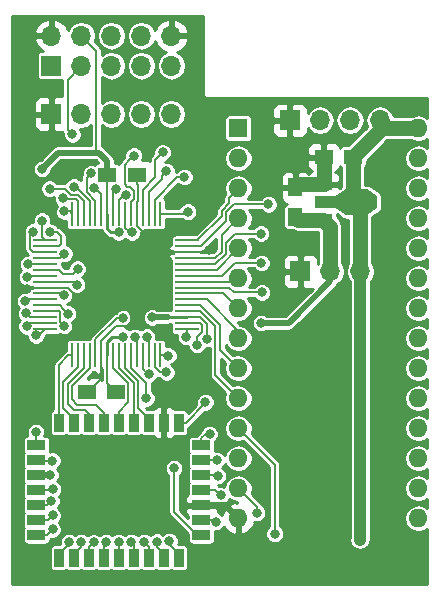
<source format=gtl>
G04 #@! TF.FileFunction,Copper,L1,Top,Signal*
%FSLAX46Y46*%
G04 Gerber Fmt 4.6, Leading zero omitted, Abs format (unit mm)*
G04 Created by KiCad (PCBNEW 4.0.6) date Saturday, October 28, 2017 'PMt' 05:20:16 PM*
%MOMM*%
%LPD*%
G01*
G04 APERTURE LIST*
%ADD10C,0.100000*%
%ADD11R,1.500000X1.250000*%
%ADD12R,2.000000X0.250000*%
%ADD13R,0.250000X2.000000*%
%ADD14R,1.700000X1.700000*%
%ADD15O,1.700000X1.700000*%
%ADD16R,1.600000X1.600000*%
%ADD17O,1.600000X1.600000*%
%ADD18R,0.812800X1.508000*%
%ADD19R,1.508000X0.812800*%
%ADD20R,1.250000X1.500000*%
%ADD21R,1.500000X1.000000*%
%ADD22R,1.800000X1.000000*%
%ADD23R,1.840000X2.200000*%
%ADD24C,0.812800*%
%ADD25C,0.508000*%
%ADD26C,0.177800*%
%ADD27C,0.254000*%
%ADD28C,1.270000*%
%ADD29C,1.016000*%
G04 APERTURE END LIST*
D10*
D11*
X112510000Y-56890000D03*
X115010000Y-56890000D03*
X113260000Y-75300000D03*
X110760000Y-75300000D03*
D12*
X119250000Y-69950000D03*
X119250000Y-69450000D03*
X119250000Y-68950000D03*
X119250000Y-68450000D03*
X119250000Y-67950000D03*
X119250000Y-67450000D03*
X119250000Y-66950000D03*
X119250000Y-66450000D03*
X119250000Y-65950000D03*
X119250000Y-65450000D03*
X119250000Y-64950000D03*
X119250000Y-64450000D03*
X119250000Y-63950000D03*
X119250000Y-63450000D03*
X119250000Y-62950000D03*
X119250000Y-62450000D03*
D13*
X117000000Y-60200000D03*
X116500000Y-60200000D03*
X116000000Y-60200000D03*
X115500000Y-60200000D03*
X115000000Y-60200000D03*
X114500000Y-60200000D03*
X114000000Y-60200000D03*
X113500000Y-60200000D03*
X113000000Y-60200000D03*
X112500000Y-60200000D03*
X112000000Y-60200000D03*
X111500000Y-60200000D03*
X111000000Y-60200000D03*
X110500000Y-60200000D03*
X110000000Y-60200000D03*
X109500000Y-60200000D03*
D12*
X107250000Y-62450000D03*
X107250000Y-62950000D03*
X107250000Y-63450000D03*
X107250000Y-63950000D03*
X107250000Y-64450000D03*
X107250000Y-64950000D03*
X107250000Y-65450000D03*
X107250000Y-65950000D03*
X107250000Y-66450000D03*
X107250000Y-66950000D03*
X107250000Y-67450000D03*
X107250000Y-67950000D03*
X107250000Y-68450000D03*
X107250000Y-68950000D03*
X107250000Y-69450000D03*
X107250000Y-69950000D03*
D13*
X109500000Y-72200000D03*
X110000000Y-72200000D03*
X110500000Y-72200000D03*
X111000000Y-72200000D03*
X111500000Y-72200000D03*
X112000000Y-72200000D03*
X112500000Y-72200000D03*
X113000000Y-72200000D03*
X113500000Y-72200000D03*
X114000000Y-72200000D03*
X114500000Y-72200000D03*
X115000000Y-72200000D03*
X115500000Y-72200000D03*
X116000000Y-72200000D03*
X116500000Y-72200000D03*
X117000000Y-72200000D03*
D14*
X107770000Y-47670000D03*
D15*
X107770000Y-45130000D03*
X110310000Y-47670000D03*
X110310000Y-45130000D03*
X112850000Y-47670000D03*
X112850000Y-45130000D03*
X115390000Y-47670000D03*
X115390000Y-45130000D03*
X117930000Y-47670000D03*
X117930000Y-45130000D03*
D16*
X123600000Y-52980000D03*
D17*
X138840000Y-86000000D03*
X123600000Y-55520000D03*
X138840000Y-83460000D03*
X123600000Y-58060000D03*
X138840000Y-80920000D03*
X123600000Y-60600000D03*
X138840000Y-78380000D03*
X123600000Y-63140000D03*
X138840000Y-75840000D03*
X123600000Y-65680000D03*
X138840000Y-73300000D03*
X123600000Y-68220000D03*
X138840000Y-70760000D03*
X123600000Y-70760000D03*
X138840000Y-68220000D03*
X123600000Y-73300000D03*
X138840000Y-65680000D03*
X123600000Y-75840000D03*
X138840000Y-63140000D03*
X123600000Y-78380000D03*
X138840000Y-60600000D03*
X123600000Y-80920000D03*
X138840000Y-58060000D03*
X123600000Y-83460000D03*
X138840000Y-55520000D03*
X123600000Y-86000000D03*
X138840000Y-52980000D03*
D18*
X108410000Y-89335000D03*
X109680000Y-89335000D03*
X110950000Y-89335000D03*
X112220000Y-89335000D03*
X113490000Y-89335000D03*
X114760000Y-89335000D03*
X116030000Y-89335000D03*
X117300000Y-89335000D03*
X118570000Y-89335000D03*
D19*
X120475000Y-87430000D03*
X120475000Y-86160000D03*
X120475000Y-84890000D03*
X120475000Y-83620000D03*
X120475000Y-82350000D03*
X120475000Y-81080000D03*
X120475000Y-79810000D03*
D18*
X118570000Y-77905000D03*
X117300000Y-77905000D03*
X116030000Y-77905000D03*
X114760000Y-77905000D03*
X113490000Y-77905000D03*
X112220000Y-77905000D03*
X110950000Y-77905000D03*
X109680000Y-77905000D03*
X108410000Y-77905000D03*
D19*
X106505000Y-79810000D03*
X106505000Y-81080000D03*
X106505000Y-82350000D03*
X106505000Y-83620000D03*
X106505000Y-84890000D03*
X106505000Y-86160000D03*
X106505000Y-87430000D03*
D11*
X130830000Y-55400000D03*
X133330000Y-55400000D03*
D20*
X128430000Y-60470000D03*
X128430000Y-57970000D03*
D14*
X128840000Y-65080000D03*
D15*
X131380000Y-65080000D03*
X133920000Y-65080000D03*
D10*
G36*
X134518500Y-58120000D02*
X135368500Y-58720000D01*
X135368500Y-59720000D01*
X134518500Y-60320000D01*
X134518500Y-58120000D01*
X134518500Y-58120000D01*
G37*
D21*
X130796500Y-57720000D03*
D22*
X130943000Y-59220000D03*
D21*
X130796500Y-60720000D03*
D23*
X133610000Y-59220000D03*
D10*
G36*
X132700300Y-60320000D02*
X131700300Y-59620000D01*
X131700300Y-58820000D01*
X132700300Y-58120000D01*
X132700300Y-60320000D01*
X132700300Y-60320000D01*
G37*
D14*
X127970000Y-52290000D03*
D15*
X130510000Y-52290000D03*
X133050000Y-52290000D03*
X135590000Y-52290000D03*
D14*
X107750000Y-51760000D03*
D15*
X110290000Y-51760000D03*
X112830000Y-51760000D03*
X115370000Y-51760000D03*
X117910000Y-51760000D03*
D24*
X138810000Y-90870000D03*
X105000000Y-90910000D03*
X106910000Y-88760000D03*
X139010000Y-50950000D03*
X117420000Y-65010000D03*
X115220000Y-65710000D03*
X114840000Y-67960000D03*
X112000000Y-62210000D03*
X116920000Y-85830000D03*
X107310000Y-74490000D03*
X106970000Y-56420000D03*
X116280000Y-68980002D03*
X120969175Y-70793730D03*
X113873107Y-70615792D03*
X113459999Y-61784212D03*
X125520000Y-69470002D03*
X105795331Y-64458165D03*
X121120000Y-63276890D03*
X105704045Y-66617064D03*
X104850000Y-78620000D03*
X133880000Y-87800000D03*
X107679998Y-82330000D03*
X111123110Y-56793170D03*
X109696890Y-57902373D03*
X107621279Y-58077092D03*
X109548284Y-53486688D03*
X113873110Y-69041767D03*
X117187803Y-55009250D03*
X122107807Y-84051790D03*
X116026890Y-73784202D03*
X119036348Y-57083148D03*
X115854301Y-70619766D03*
X121860000Y-82419998D03*
X117660000Y-72220000D03*
X121760000Y-81050000D03*
X119170000Y-70650000D03*
X121160000Y-78860000D03*
X120112383Y-71290942D03*
X120810000Y-76160000D03*
X125580000Y-66870000D03*
X125550000Y-64360000D03*
X125520000Y-61880000D03*
X126140000Y-59410000D03*
X115820000Y-75830000D03*
X117750000Y-87940000D03*
X126680000Y-87297790D03*
X119330000Y-60029998D03*
X117506348Y-73642566D03*
X118150000Y-81740000D03*
X114600000Y-61790000D03*
X114863694Y-70622894D03*
X121686939Y-86277558D03*
X125180000Y-85520000D03*
X114082102Y-58615788D03*
X108853336Y-67123110D03*
X109259185Y-87996966D03*
X109908472Y-66208351D03*
X110290000Y-88010000D03*
X105719408Y-65580512D03*
X111339998Y-88030000D03*
X109982069Y-64862139D03*
X112410000Y-88010000D03*
X108870000Y-63580371D03*
X113460002Y-88010000D03*
X106210000Y-61710000D03*
X114530000Y-88010000D03*
X107672630Y-61740409D03*
X115630000Y-87980000D03*
X106990000Y-60790000D03*
X116700000Y-87960000D03*
X105559584Y-67597086D03*
X107870000Y-86930000D03*
X106450000Y-70510000D03*
X106460000Y-78700000D03*
X107843202Y-81100000D03*
X105672414Y-69737331D03*
X107889424Y-83528723D03*
X105640000Y-68640000D03*
X108824271Y-69682316D03*
X107764040Y-84524038D03*
X109189811Y-68671094D03*
X107870000Y-85750000D03*
X108762473Y-58896070D03*
X113236857Y-58099212D03*
X111418903Y-57989284D03*
X108870000Y-60010000D03*
X114745961Y-55275961D03*
X117507525Y-56580553D03*
D25*
X111783000Y-55030000D02*
X108360000Y-55030000D01*
X107376399Y-56013601D02*
X106970000Y-56420000D01*
X108360000Y-55030000D02*
X107376399Y-56013601D01*
X116854736Y-68980002D02*
X116280000Y-68980002D01*
X117609998Y-68980002D02*
X116854736Y-68980002D01*
X117640000Y-68950000D02*
X117609998Y-68980002D01*
D26*
X112510000Y-56890000D02*
X112510000Y-60190000D01*
X112510000Y-60190000D02*
X112500000Y-60200000D01*
X110310000Y-45130000D02*
X111580000Y-46400000D01*
X111580000Y-46400000D02*
X111580000Y-54827000D01*
X111580000Y-54827000D02*
X111783000Y-55030000D01*
D25*
X112510000Y-56890000D02*
X112510000Y-55757000D01*
X112510000Y-55757000D02*
X111783000Y-55030000D01*
D26*
X119250000Y-68950000D02*
X120346338Y-68950000D01*
X120969175Y-70218994D02*
X120969175Y-70793730D01*
X120346338Y-68950000D02*
X120969175Y-69572837D01*
X120969175Y-69572837D02*
X120969175Y-70218994D01*
D27*
X112500000Y-72200000D02*
X112500000Y-71026358D01*
X112910566Y-70615792D02*
X113298371Y-70615792D01*
X112500000Y-71026358D02*
X112910566Y-70615792D01*
X113298371Y-70615792D02*
X113873107Y-70615792D01*
X112830212Y-61784212D02*
X112885263Y-61784212D01*
X112500000Y-61454000D02*
X112830212Y-61784212D01*
X112500000Y-60200000D02*
X112500000Y-61454000D01*
X112885263Y-61784212D02*
X113459999Y-61784212D01*
D26*
X112500000Y-72200000D02*
X112500000Y-74540000D01*
X112500000Y-74540000D02*
X113260000Y-75300000D01*
D25*
X131380000Y-65080000D02*
X131380000Y-65940000D01*
X131380000Y-65940000D02*
X127849998Y-69470002D01*
X127849998Y-69470002D02*
X126094736Y-69470002D01*
X126094736Y-69470002D02*
X125520000Y-69470002D01*
D27*
X119250000Y-68950000D02*
X117640000Y-68950000D01*
D26*
X107250000Y-64450000D02*
X105803496Y-64450000D01*
X105803496Y-64450000D02*
X105795331Y-64458165D01*
X113365000Y-75250000D02*
X113490000Y-75250000D01*
D28*
X131380000Y-65080000D02*
X131380000Y-61303500D01*
X131380000Y-61303500D02*
X130796500Y-60720000D01*
X128430000Y-60470000D02*
X128680000Y-60720000D01*
X128680000Y-60720000D02*
X130796500Y-60720000D01*
D26*
X109153931Y-66450000D02*
X108427800Y-66450000D01*
X108427800Y-66450000D02*
X107250000Y-66450000D01*
X110310000Y-68332200D02*
X110310000Y-67606069D01*
X110310000Y-67606069D02*
X109153931Y-66450000D01*
X115110823Y-59086176D02*
X115000000Y-59196999D01*
X115000000Y-59196999D02*
X115000000Y-60200000D01*
X115010000Y-56890000D02*
X115010000Y-57692800D01*
X115110823Y-57793623D02*
X115110823Y-59086176D01*
X115010000Y-57692800D02*
X115110823Y-57793623D01*
X120946890Y-63450000D02*
X121120000Y-63276890D01*
X119250000Y-63450000D02*
X120946890Y-63450000D01*
X113254698Y-69714869D02*
X114196200Y-69714869D01*
X114196200Y-69714869D02*
X114546212Y-69364857D01*
X112000000Y-72200000D02*
X112000000Y-70969567D01*
X112000000Y-70969567D02*
X113254698Y-69714869D01*
X114135471Y-68332200D02*
X110310000Y-68332200D01*
X114546212Y-68742941D02*
X114135471Y-68332200D01*
X114546212Y-69364857D02*
X114546212Y-68742941D01*
X116270000Y-63494642D02*
X116270000Y-62647800D01*
X110310000Y-68332200D02*
X111432442Y-68332200D01*
X111432442Y-68332200D02*
X116270000Y-63494642D01*
X107250000Y-66450000D02*
X105871109Y-66450000D01*
X105871109Y-66450000D02*
X105704045Y-66617064D01*
X115000000Y-61233808D02*
X116270000Y-62503808D01*
X115000000Y-60200000D02*
X115000000Y-61233808D01*
X116270000Y-62503808D02*
X116270000Y-62647800D01*
D25*
X120475000Y-84890000D02*
X122490000Y-84890000D01*
X122490000Y-84890000D02*
X123600000Y-86000000D01*
D26*
X116270000Y-62647800D02*
X117072200Y-63450000D01*
X117072200Y-63450000D02*
X118072200Y-63450000D01*
X118072200Y-63450000D02*
X119250000Y-63450000D01*
X112000000Y-72200000D02*
X112000000Y-74185000D01*
X112000000Y-74185000D02*
X110885000Y-75300000D01*
X110885000Y-75300000D02*
X110760000Y-75300000D01*
X111115000Y-75250000D02*
X110990000Y-75250000D01*
D28*
X130796500Y-57720000D02*
X128680000Y-57720000D01*
X128680000Y-57720000D02*
X128430000Y-57970000D01*
X130830000Y-55400000D02*
X130830000Y-57686500D01*
X130830000Y-57686500D02*
X130796500Y-57720000D01*
D26*
X135590000Y-52290000D02*
X135590000Y-52820000D01*
X135590000Y-52820000D02*
X135750000Y-52980000D01*
D29*
X133920000Y-87760000D02*
X133880000Y-87800000D01*
X133920000Y-65080000D02*
X133920000Y-87760000D01*
D26*
X133610000Y-59220000D02*
X134943500Y-59220000D01*
X132200300Y-59220000D02*
X133610000Y-59220000D01*
X130943000Y-59220000D02*
X132200300Y-59220000D01*
D25*
X107105262Y-82330000D02*
X107679998Y-82330000D01*
X106525000Y-82330000D02*
X107105262Y-82330000D01*
X106505000Y-82350000D02*
X106525000Y-82330000D01*
D28*
X133920000Y-65080000D02*
X133920000Y-59530000D01*
X133920000Y-59530000D02*
X133610000Y-59220000D01*
X133330000Y-55400000D02*
X133330000Y-58940000D01*
X133330000Y-58940000D02*
X133610000Y-59220000D01*
X138840000Y-52980000D02*
X135750000Y-52980000D01*
X135750000Y-52980000D02*
X133330000Y-55400000D01*
D26*
X111500000Y-60200000D02*
X111500000Y-59086212D01*
X111500000Y-59086212D02*
X110745793Y-58332005D01*
X110745793Y-58332005D02*
X110745793Y-57170487D01*
X110745793Y-57170487D02*
X111123110Y-56793170D01*
X109813253Y-57902373D02*
X109696890Y-57902373D01*
X111000000Y-59089120D02*
X109813253Y-57902373D01*
X111000000Y-60200000D02*
X111000000Y-59089120D01*
X109983446Y-58575475D02*
X109393800Y-58575475D01*
X110500000Y-59092029D02*
X109983446Y-58575475D01*
X110500000Y-60200000D02*
X110500000Y-59092029D01*
X109393800Y-58575475D02*
X108895417Y-58077092D01*
X108895417Y-58077092D02*
X108196015Y-58077092D01*
X108196015Y-58077092D02*
X107621279Y-58077092D01*
X109141885Y-53080289D02*
X109548284Y-53486688D01*
X110310000Y-47670000D02*
X109141885Y-48838115D01*
X109141885Y-48838115D02*
X109141885Y-53080289D01*
X111500000Y-72200000D02*
X111500000Y-70840141D01*
X111500000Y-70840141D02*
X113298374Y-69041767D01*
X113298374Y-69041767D02*
X113873110Y-69041767D01*
X115500000Y-60200000D02*
X115500000Y-58174350D01*
X116560787Y-57113563D02*
X116560787Y-55636266D01*
X116781404Y-55415649D02*
X117187803Y-55009250D01*
X115500000Y-58174350D02*
X116560787Y-57113563D01*
X116560787Y-55636266D02*
X116781404Y-55415649D01*
X121676017Y-83620000D02*
X121701408Y-83645391D01*
X120475000Y-83620000D02*
X121676017Y-83620000D01*
X121701408Y-83645391D02*
X122107807Y-84051790D01*
X115906402Y-73784202D02*
X116026890Y-73784202D01*
X115500000Y-73377800D02*
X115906402Y-73784202D01*
X115500000Y-72200000D02*
X115500000Y-73377800D01*
X116500000Y-60200000D02*
X116500000Y-59022200D01*
X116500000Y-59022200D02*
X118439052Y-57083148D01*
X118439052Y-57083148D02*
X118461612Y-57083148D01*
X118461612Y-57083148D02*
X119036348Y-57083148D01*
X116000000Y-72200000D02*
X116000000Y-70765465D01*
X116000000Y-70765465D02*
X115854301Y-70619766D01*
X120475000Y-82350000D02*
X121790002Y-82350000D01*
X121790002Y-82350000D02*
X121860000Y-82419998D01*
X123600000Y-58060000D02*
X122800001Y-58859999D01*
X120125000Y-62450000D02*
X119250000Y-62450000D01*
X122800001Y-58859999D02*
X122800001Y-59318372D01*
X122177688Y-60397312D02*
X120125000Y-62450000D01*
X122800001Y-59318372D02*
X122177688Y-59940685D01*
X122177688Y-59940685D02*
X122177688Y-60397312D01*
X117000000Y-72200000D02*
X117640000Y-72200000D01*
X117640000Y-72200000D02*
X117660000Y-72220000D01*
X121730000Y-81080000D02*
X121760000Y-81050000D01*
X120475000Y-81080000D02*
X121730000Y-81080000D01*
X122177688Y-63422312D02*
X121650000Y-63950000D01*
X121650000Y-63950000D02*
X119250000Y-63950000D01*
X123600000Y-60600000D02*
X122177688Y-62022312D01*
X122177688Y-62022312D02*
X122177688Y-63422312D01*
X119250000Y-69950000D02*
X119250000Y-70570000D01*
X119250000Y-70570000D02*
X119170000Y-70650000D01*
X120475000Y-79810000D02*
X120475000Y-79225800D01*
X120475000Y-79225800D02*
X120840800Y-78860000D01*
X120840800Y-78860000D02*
X121160000Y-78860000D01*
X123600000Y-63140000D02*
X121790000Y-64950000D01*
X121790000Y-64950000D02*
X119250000Y-64950000D01*
X120516701Y-69623271D02*
X120516701Y-70231759D01*
X120516701Y-70231759D02*
X120112383Y-70636077D01*
X119250000Y-69450000D02*
X120343430Y-69450000D01*
X120112383Y-70636077D02*
X120112383Y-70716206D01*
X120112383Y-70716206D02*
X120112383Y-71290942D01*
X120343430Y-69450000D02*
X120516701Y-69623271D01*
X120810000Y-76249200D02*
X120810000Y-76160000D01*
X119154200Y-77905000D02*
X120810000Y-76249200D01*
X118570000Y-77905000D02*
X119154200Y-77905000D01*
X119250000Y-65950000D02*
X123330000Y-65950000D01*
X123330000Y-65950000D02*
X123600000Y-65680000D01*
X123600000Y-65680000D02*
X123370000Y-65450000D01*
X119250000Y-66950000D02*
X122330000Y-66950000D01*
X122330000Y-66950000D02*
X123600000Y-68220000D01*
X119250000Y-66450000D02*
X122791282Y-66450000D01*
X122791282Y-66450000D02*
X123211282Y-66870000D01*
X123211282Y-66870000D02*
X125580000Y-66870000D01*
X123600000Y-70122200D02*
X120917800Y-67440000D01*
X119250000Y-67450000D02*
X120907800Y-67450000D01*
X120907800Y-67450000D02*
X120917800Y-67440000D01*
X123600000Y-70760000D02*
X123600000Y-70122200D01*
X125550000Y-64360000D02*
X123341282Y-64360000D01*
X123341282Y-64360000D02*
X122251282Y-65450000D01*
X122251282Y-65450000D02*
X119250000Y-65450000D01*
X122064389Y-71764389D02*
X122064389Y-69662235D01*
X123600000Y-73300000D02*
X122064389Y-71764389D01*
X122064389Y-69662235D02*
X120352154Y-67950000D01*
X120352154Y-67950000D02*
X119250000Y-67950000D01*
X120433411Y-64455611D02*
X120427800Y-64450000D01*
X122533299Y-63569610D02*
X121647298Y-64455611D01*
X122533299Y-62689609D02*
X122533299Y-63569610D01*
X123342908Y-61880000D02*
X122533299Y-62689609D01*
X125520000Y-61880000D02*
X123342908Y-61880000D01*
X120427800Y-64450000D02*
X119250000Y-64450000D01*
X121647298Y-64455611D02*
X120433411Y-64455611D01*
X122800001Y-75040001D02*
X123600000Y-75840000D01*
X121642276Y-73882276D02*
X122800001Y-75040001D01*
X121642276Y-69743030D02*
X121642276Y-73882276D01*
X119250000Y-68450000D02*
X120349246Y-68450000D01*
X120349246Y-68450000D02*
X121642276Y-69743030D01*
X125565264Y-59410000D02*
X126140000Y-59410000D01*
X122533299Y-60087983D02*
X123211282Y-59410000D01*
X122533299Y-60844501D02*
X122533299Y-60087983D01*
X119250000Y-62950000D02*
X120427800Y-62950000D01*
X120427800Y-62950000D02*
X122533299Y-60844501D01*
X123211282Y-59410000D02*
X125565264Y-59410000D01*
X114500000Y-73235264D02*
X115820000Y-74555264D01*
X115820000Y-74555264D02*
X115820000Y-75255264D01*
X115820000Y-75255264D02*
X115820000Y-75830000D01*
X114500000Y-72200000D02*
X114500000Y-73235264D01*
X117750000Y-88167400D02*
X117750000Y-87940000D01*
X118570000Y-88987400D02*
X117750000Y-88167400D01*
X118570000Y-89335000D02*
X118570000Y-88987400D01*
X126680000Y-86723054D02*
X126680000Y-87297790D01*
X126680000Y-81460000D02*
X126680000Y-86723054D01*
X123600000Y-78380000D02*
X126680000Y-81460000D01*
X117000000Y-60200000D02*
X119159998Y-60200000D01*
X119159998Y-60200000D02*
X119330000Y-60029998D01*
X117050000Y-60150000D02*
X117000000Y-60200000D01*
X116931612Y-73642566D02*
X117506348Y-73642566D01*
X116500000Y-73210954D02*
X116931612Y-73642566D01*
X116500000Y-72200000D02*
X116500000Y-73210954D01*
X120475000Y-87430000D02*
X120127400Y-87430000D01*
X118150000Y-85452600D02*
X118150000Y-82314736D01*
X120127400Y-87430000D02*
X118150000Y-85452600D01*
X118150000Y-82314736D02*
X118150000Y-81740000D01*
X114000000Y-60200000D02*
X114000000Y-61377800D01*
X114412200Y-61790000D02*
X114600000Y-61790000D01*
X114000000Y-61377800D02*
X114412200Y-61790000D01*
X115000000Y-70759200D02*
X114863694Y-70622894D01*
X115000000Y-72200000D02*
X115000000Y-70759200D01*
X120475000Y-86160000D02*
X121569381Y-86160000D01*
X121569381Y-86160000D02*
X121686939Y-86277558D01*
X123600000Y-83460000D02*
X125180000Y-85040000D01*
X125180000Y-85040000D02*
X125180000Y-85520000D01*
X113906412Y-58615788D02*
X114082102Y-58615788D01*
X113500000Y-59022200D02*
X113906412Y-58615788D01*
X113500000Y-60200000D02*
X113500000Y-59022200D01*
X108680226Y-66950000D02*
X108853336Y-67123110D01*
X107250000Y-66950000D02*
X108680226Y-66950000D01*
X109259185Y-88138215D02*
X109259185Y-87996966D01*
X108410000Y-88987400D02*
X109259185Y-88138215D01*
X108410000Y-89335000D02*
X108410000Y-88987400D01*
X109650121Y-65950000D02*
X109908472Y-66208351D01*
X107250000Y-65950000D02*
X109650121Y-65950000D01*
X109680000Y-88987400D02*
X110290000Y-88377400D01*
X110290000Y-88377400D02*
X110290000Y-88010000D01*
X109680000Y-89335000D02*
X109680000Y-88987400D01*
X107250000Y-65450000D02*
X105849920Y-65450000D01*
X105849920Y-65450000D02*
X105719408Y-65580512D01*
X110950000Y-88403200D02*
X111323200Y-88030000D01*
X110950000Y-89335000D02*
X110950000Y-88403200D01*
X111323200Y-88030000D02*
X111339998Y-88030000D01*
X108427800Y-64950000D02*
X108746338Y-65268538D01*
X108746338Y-65268538D02*
X109575670Y-65268538D01*
X109575670Y-65268538D02*
X109982069Y-64862139D01*
X107250000Y-64950000D02*
X108427800Y-64950000D01*
X112220000Y-89335000D02*
X112220000Y-88200000D01*
X112220000Y-88200000D02*
X112410000Y-88010000D01*
X107250000Y-63950000D02*
X108500371Y-63950000D01*
X108500371Y-63950000D02*
X108870000Y-63580371D01*
X113490000Y-88039998D02*
X113460002Y-88010000D01*
X113490000Y-89335000D02*
X113490000Y-88039998D01*
X106210000Y-61710000D02*
X105960000Y-61960000D01*
X105960000Y-61960000D02*
X105960000Y-63200000D01*
X105960000Y-63200000D02*
X106210000Y-63450000D01*
X106210000Y-63450000D02*
X107250000Y-63450000D01*
X114760000Y-88240000D02*
X114530000Y-88010000D01*
X114760000Y-89335000D02*
X114760000Y-88240000D01*
X108247366Y-61740409D02*
X107672630Y-61740409D01*
X107250000Y-62950000D02*
X108427800Y-62950000D01*
X108427800Y-62950000D02*
X108600000Y-62777800D01*
X108600000Y-62093043D02*
X108247366Y-61740409D01*
X108600000Y-62777800D02*
X108600000Y-62093043D01*
X116030000Y-88380000D02*
X115630000Y-87980000D01*
X116030000Y-89335000D02*
X116030000Y-88380000D01*
X106990000Y-61364736D02*
X106990000Y-60790000D01*
X106990000Y-62190000D02*
X106990000Y-61364736D01*
X107250000Y-62450000D02*
X106990000Y-62190000D01*
X116700000Y-88387400D02*
X116700000Y-87960000D01*
X117300000Y-88987400D02*
X116700000Y-88387400D01*
X117300000Y-89335000D02*
X117300000Y-88987400D01*
X116030000Y-77557400D02*
X115115611Y-76643011D01*
X115115611Y-76643011D02*
X115115611Y-74378518D01*
X115115611Y-74378518D02*
X114000000Y-73262908D01*
X114000000Y-73262908D02*
X114000000Y-72200000D01*
X116030000Y-77905000D02*
X116030000Y-77557400D01*
X113500000Y-72200000D02*
X113500000Y-73265816D01*
X113500000Y-73265816D02*
X114760000Y-74525816D01*
X114760000Y-74525816D02*
X114760000Y-76973200D01*
X114760000Y-76973200D02*
X114760000Y-77905000D01*
X113000000Y-73268727D02*
X114284389Y-74553116D01*
X113490000Y-76973200D02*
X113490000Y-77905000D01*
X114284389Y-76178811D02*
X113490000Y-76973200D01*
X114284389Y-74553116D02*
X114284389Y-76178811D01*
X113000000Y-72200000D02*
X113000000Y-73268727D01*
X109974938Y-76370000D02*
X111510000Y-76370000D01*
X112220000Y-77080000D02*
X112220000Y-77905000D01*
X111000000Y-73300000D02*
X109530000Y-74770000D01*
X109530000Y-75925062D02*
X109974938Y-76370000D01*
X111510000Y-76370000D02*
X112220000Y-77080000D01*
X109530000Y-74770000D02*
X109530000Y-75925062D01*
X111000000Y-72200000D02*
X111000000Y-73300000D01*
X110500000Y-72200000D02*
X110500000Y-73297092D01*
X110500000Y-73297092D02*
X109174389Y-74622703D01*
X110950000Y-77140000D02*
X110950000Y-77905000D01*
X109174389Y-74622703D02*
X109174389Y-76304389D01*
X110590000Y-76780000D02*
X110950000Y-77140000D01*
X109174389Y-76304389D02*
X109650000Y-76780000D01*
X109650000Y-76780000D02*
X110590000Y-76780000D01*
X108768780Y-74430340D02*
X108768780Y-76646180D01*
X108768780Y-76646180D02*
X109680000Y-77557400D01*
X109680000Y-77557400D02*
X109680000Y-77905000D01*
X110000000Y-72200000D02*
X110000000Y-73214182D01*
X110000000Y-73214182D02*
X109517105Y-73697077D01*
X109517105Y-73697077D02*
X109502043Y-73697077D01*
X109502043Y-73697077D02*
X108768780Y-74430340D01*
X105706670Y-67450000D02*
X105559584Y-67597086D01*
X107250000Y-67450000D02*
X105706670Y-67450000D01*
X107870000Y-86996800D02*
X107870000Y-86930000D01*
X107436800Y-87430000D02*
X107870000Y-86996800D01*
X106505000Y-87430000D02*
X107436800Y-87430000D01*
X106450000Y-70510000D02*
X106690000Y-70510000D01*
X106690000Y-70510000D02*
X107250000Y-69950000D01*
X106505000Y-78745000D02*
X106460000Y-78700000D01*
X106505000Y-79810000D02*
X106505000Y-78745000D01*
X107843202Y-81100000D02*
X106525000Y-81100000D01*
X106525000Y-81100000D02*
X106505000Y-81080000D01*
X107250000Y-69450000D02*
X105959745Y-69450000D01*
X105959745Y-69450000D02*
X105672414Y-69737331D01*
X107798147Y-83620000D02*
X107889424Y-83528723D01*
X106505000Y-83620000D02*
X107798147Y-83620000D01*
X105640000Y-68640000D02*
X105950000Y-68950000D01*
X105950000Y-68950000D02*
X107250000Y-68950000D01*
X108516701Y-69374746D02*
X108824271Y-69682316D01*
X108516701Y-68538901D02*
X108516701Y-69374746D01*
X108427800Y-68450000D02*
X108516701Y-68538901D01*
X107250000Y-68450000D02*
X108427800Y-68450000D01*
X107436800Y-84890000D02*
X107764040Y-84562760D01*
X106505000Y-84890000D02*
X107436800Y-84890000D01*
X107764040Y-84562760D02*
X107764040Y-84524038D01*
X108783412Y-68264695D02*
X109189811Y-68671094D01*
X108468717Y-67950000D02*
X108783412Y-68264695D01*
X107250000Y-67950000D02*
X108468717Y-67950000D01*
X107463601Y-86156399D02*
X107870000Y-85750000D01*
X107460000Y-86160000D02*
X107463601Y-86156399D01*
X106505000Y-86160000D02*
X107460000Y-86160000D01*
X106505000Y-86160000D02*
X106852600Y-86160000D01*
X109197200Y-72200000D02*
X108410000Y-72987200D01*
X109500000Y-72200000D02*
X109197200Y-72200000D01*
X108410000Y-72987200D02*
X108410000Y-76973200D01*
X108410000Y-76973200D02*
X108410000Y-77905000D01*
X109838361Y-58933299D02*
X108799702Y-58933299D01*
X110000000Y-60200000D02*
X110000000Y-59094938D01*
X110000000Y-59094938D02*
X109838361Y-58933299D01*
X108799702Y-58933299D02*
X108762473Y-58896070D01*
X113000000Y-60200000D02*
X113000000Y-58336069D01*
X113188015Y-58148054D02*
X113236857Y-58099212D01*
X113000000Y-58336069D02*
X113188015Y-58148054D01*
X111825302Y-58395683D02*
X111418903Y-57989284D01*
X112000000Y-58570381D02*
X111825302Y-58395683D01*
X112000000Y-60200000D02*
X112000000Y-58570381D01*
X108870000Y-60010000D02*
X109310000Y-60010000D01*
X109310000Y-60010000D02*
X109500000Y-60200000D01*
X114500000Y-59194090D02*
X114755212Y-58938878D01*
X114755212Y-58938878D02*
X114755212Y-58292698D01*
X114405200Y-57942686D02*
X114207624Y-57942686D01*
X114500000Y-60200000D02*
X114500000Y-59194090D01*
X114755212Y-58292698D02*
X114405200Y-57942686D01*
X114207624Y-57942686D02*
X113983601Y-57718663D01*
X113983601Y-57718663D02*
X113983601Y-56038321D01*
X113983601Y-56038321D02*
X114339562Y-55682360D01*
X114339562Y-55682360D02*
X114745961Y-55275961D01*
X117101126Y-56986952D02*
X117507525Y-56580553D01*
X116000000Y-58399248D02*
X117101126Y-57298122D01*
X116000000Y-60200000D02*
X116000000Y-58399248D01*
X117101126Y-57298122D02*
X117101126Y-56986952D01*
D27*
G36*
X120569000Y-50000000D02*
X120601808Y-50164937D01*
X120695237Y-50304763D01*
X120835063Y-50398192D01*
X121000000Y-50431000D01*
X139569000Y-50431000D01*
X139569000Y-52058558D01*
X139315086Y-51888898D01*
X138863137Y-51799000D01*
X138816863Y-51799000D01*
X138364914Y-51888898D01*
X138252516Y-51964000D01*
X136760952Y-51964000D01*
X136727296Y-51794800D01*
X136460448Y-51395435D01*
X136061083Y-51128587D01*
X135590000Y-51034883D01*
X135118917Y-51128587D01*
X134719552Y-51395435D01*
X134452704Y-51794800D01*
X134359000Y-52265883D01*
X134359000Y-52314117D01*
X134452704Y-52785200D01*
X134474836Y-52818323D01*
X132906624Y-54386536D01*
X132580000Y-54386536D01*
X132438810Y-54413103D01*
X132309135Y-54496546D01*
X132222141Y-54623866D01*
X132215000Y-54659130D01*
X132215000Y-54648690D01*
X132118327Y-54415301D01*
X131939698Y-54236673D01*
X131706309Y-54140000D01*
X131115750Y-54140000D01*
X130957000Y-54298750D01*
X130957000Y-55273000D01*
X130977000Y-55273000D01*
X130977000Y-55527000D01*
X130957000Y-55527000D01*
X130957000Y-56501250D01*
X131061500Y-56605750D01*
X130923500Y-56743750D01*
X130923500Y-57593000D01*
X132022750Y-57593000D01*
X132181500Y-57434250D01*
X132181500Y-57093691D01*
X132084827Y-56860302D01*
X131906199Y-56681673D01*
X131780092Y-56629438D01*
X131939698Y-56563327D01*
X132118327Y-56384699D01*
X132215000Y-56151310D01*
X132215000Y-56149699D01*
X132218103Y-56166190D01*
X132301546Y-56295865D01*
X132314000Y-56304374D01*
X132314000Y-57916230D01*
X132181500Y-58008980D01*
X132181500Y-58005750D01*
X132022750Y-57847000D01*
X130923500Y-57847000D01*
X130923500Y-57867000D01*
X130669500Y-57867000D01*
X130669500Y-57847000D01*
X130649500Y-57847000D01*
X130649500Y-57593000D01*
X130669500Y-57593000D01*
X130669500Y-56743750D01*
X130565000Y-56639250D01*
X130703000Y-56501250D01*
X130703000Y-55527000D01*
X129603750Y-55527000D01*
X129445000Y-55685750D01*
X129445000Y-56151310D01*
X129541673Y-56384699D01*
X129720302Y-56563327D01*
X129846408Y-56615562D01*
X129686801Y-56681673D01*
X129550750Y-56817725D01*
X129414699Y-56681673D01*
X129181310Y-56585000D01*
X128715750Y-56585000D01*
X128557000Y-56743750D01*
X128557000Y-57843000D01*
X128577000Y-57843000D01*
X128577000Y-58097000D01*
X128557000Y-58097000D01*
X128557000Y-58117000D01*
X128303000Y-58117000D01*
X128303000Y-58097000D01*
X127328750Y-58097000D01*
X127170000Y-58255750D01*
X127170000Y-58846309D01*
X127266673Y-59079698D01*
X127445301Y-59258327D01*
X127678690Y-59355000D01*
X127680301Y-59355000D01*
X127663810Y-59358103D01*
X127534135Y-59441546D01*
X127447141Y-59568866D01*
X127416536Y-59720000D01*
X127416536Y-60457255D01*
X127414001Y-60470000D01*
X127416536Y-60482745D01*
X127416536Y-61220000D01*
X127443103Y-61361190D01*
X127526546Y-61490865D01*
X127653866Y-61577859D01*
X127805000Y-61608464D01*
X128216068Y-61608464D01*
X128291194Y-61658662D01*
X128680000Y-61736000D01*
X130364000Y-61736000D01*
X130364000Y-64403268D01*
X130325000Y-64461636D01*
X130325000Y-64103691D01*
X130228327Y-63870302D01*
X130049699Y-63691673D01*
X129816310Y-63595000D01*
X129125750Y-63595000D01*
X128967000Y-63753750D01*
X128967000Y-64953000D01*
X128987000Y-64953000D01*
X128987000Y-65207000D01*
X128967000Y-65207000D01*
X128967000Y-66406250D01*
X129125750Y-66565000D01*
X129816310Y-66565000D01*
X129885728Y-66536246D01*
X127586972Y-68835002D01*
X125998689Y-68835002D01*
X125966609Y-68802866D01*
X125677311Y-68682739D01*
X125364064Y-68682466D01*
X125074556Y-68802088D01*
X124852864Y-69023393D01*
X124732737Y-69312691D01*
X124732464Y-69625938D01*
X124852086Y-69915446D01*
X125073391Y-70137138D01*
X125362689Y-70257265D01*
X125675936Y-70257538D01*
X125965444Y-70137916D01*
X125998416Y-70105002D01*
X127849998Y-70105002D01*
X128093002Y-70056666D01*
X128299011Y-69919015D01*
X131829013Y-66389013D01*
X131966664Y-66183004D01*
X131970981Y-66161299D01*
X132250448Y-65974565D01*
X132517296Y-65575200D01*
X132611000Y-65104117D01*
X132611000Y-65055883D01*
X132517296Y-64584800D01*
X132396000Y-64403268D01*
X132396000Y-61303500D01*
X132379391Y-61220000D01*
X132318662Y-60914693D01*
X132098421Y-60585080D01*
X131934964Y-60421623D01*
X131934964Y-60258445D01*
X132477531Y-60638242D01*
X132484026Y-60640388D01*
X132538866Y-60677859D01*
X132690000Y-60708464D01*
X132904000Y-60708464D01*
X132904000Y-64403268D01*
X132782704Y-64584800D01*
X132689000Y-65055883D01*
X132689000Y-65104117D01*
X132782704Y-65575200D01*
X133031000Y-65946800D01*
X133031000Y-87598906D01*
X132991000Y-87800000D01*
X133058671Y-88140205D01*
X133251382Y-88428618D01*
X133539795Y-88621329D01*
X133880000Y-88689000D01*
X134220205Y-88621329D01*
X134508618Y-88428618D01*
X134548618Y-88388618D01*
X134741330Y-88100205D01*
X134809000Y-87760000D01*
X134809000Y-65946800D01*
X135057296Y-65575200D01*
X135151000Y-65104117D01*
X135151000Y-65055883D01*
X135057296Y-64584800D01*
X134936000Y-64403268D01*
X134936000Y-60500790D01*
X135592521Y-60037363D01*
X135726359Y-59871134D01*
X135756964Y-59720000D01*
X135756964Y-58720000D01*
X135698343Y-58514798D01*
X135592521Y-58402637D01*
X134808505Y-57849214D01*
X134808454Y-57849135D01*
X134806555Y-57847837D01*
X134742521Y-57802637D01*
X134738391Y-57801263D01*
X134681134Y-57762141D01*
X134530000Y-57731536D01*
X134346000Y-57731536D01*
X134346000Y-56306585D01*
X134350865Y-56303454D01*
X134437859Y-56176134D01*
X134468464Y-56025000D01*
X134468464Y-55698376D01*
X136170841Y-53996000D01*
X138252516Y-53996000D01*
X138364914Y-54071102D01*
X138816863Y-54161000D01*
X138863137Y-54161000D01*
X139315086Y-54071102D01*
X139569000Y-53901442D01*
X139569000Y-54598558D01*
X139315086Y-54428898D01*
X138863137Y-54339000D01*
X138816863Y-54339000D01*
X138364914Y-54428898D01*
X137981770Y-54684907D01*
X137725761Y-55068051D01*
X137635863Y-55520000D01*
X137725761Y-55971949D01*
X137981770Y-56355093D01*
X138364914Y-56611102D01*
X138816863Y-56701000D01*
X138863137Y-56701000D01*
X139315086Y-56611102D01*
X139569000Y-56441442D01*
X139569000Y-57138558D01*
X139315086Y-56968898D01*
X138863137Y-56879000D01*
X138816863Y-56879000D01*
X138364914Y-56968898D01*
X137981770Y-57224907D01*
X137725761Y-57608051D01*
X137635863Y-58060000D01*
X137725761Y-58511949D01*
X137981770Y-58895093D01*
X138364914Y-59151102D01*
X138816863Y-59241000D01*
X138863137Y-59241000D01*
X139315086Y-59151102D01*
X139569000Y-58981442D01*
X139569000Y-59678558D01*
X139315086Y-59508898D01*
X138863137Y-59419000D01*
X138816863Y-59419000D01*
X138364914Y-59508898D01*
X137981770Y-59764907D01*
X137725761Y-60148051D01*
X137635863Y-60600000D01*
X137725761Y-61051949D01*
X137981770Y-61435093D01*
X138364914Y-61691102D01*
X138816863Y-61781000D01*
X138863137Y-61781000D01*
X139315086Y-61691102D01*
X139569000Y-61521442D01*
X139569000Y-62218558D01*
X139315086Y-62048898D01*
X138863137Y-61959000D01*
X138816863Y-61959000D01*
X138364914Y-62048898D01*
X137981770Y-62304907D01*
X137725761Y-62688051D01*
X137635863Y-63140000D01*
X137725761Y-63591949D01*
X137981770Y-63975093D01*
X138364914Y-64231102D01*
X138816863Y-64321000D01*
X138863137Y-64321000D01*
X139315086Y-64231102D01*
X139569000Y-64061442D01*
X139569000Y-64758558D01*
X139315086Y-64588898D01*
X138863137Y-64499000D01*
X138816863Y-64499000D01*
X138364914Y-64588898D01*
X137981770Y-64844907D01*
X137725761Y-65228051D01*
X137635863Y-65680000D01*
X137725761Y-66131949D01*
X137981770Y-66515093D01*
X138364914Y-66771102D01*
X138816863Y-66861000D01*
X138863137Y-66861000D01*
X139315086Y-66771102D01*
X139569000Y-66601442D01*
X139569000Y-67298558D01*
X139315086Y-67128898D01*
X138863137Y-67039000D01*
X138816863Y-67039000D01*
X138364914Y-67128898D01*
X137981770Y-67384907D01*
X137725761Y-67768051D01*
X137635863Y-68220000D01*
X137725761Y-68671949D01*
X137981770Y-69055093D01*
X138364914Y-69311102D01*
X138816863Y-69401000D01*
X138863137Y-69401000D01*
X139315086Y-69311102D01*
X139569000Y-69141442D01*
X139569000Y-69838558D01*
X139315086Y-69668898D01*
X138863137Y-69579000D01*
X138816863Y-69579000D01*
X138364914Y-69668898D01*
X137981770Y-69924907D01*
X137725761Y-70308051D01*
X137635863Y-70760000D01*
X137725761Y-71211949D01*
X137981770Y-71595093D01*
X138364914Y-71851102D01*
X138816863Y-71941000D01*
X138863137Y-71941000D01*
X139315086Y-71851102D01*
X139569000Y-71681442D01*
X139569000Y-72378558D01*
X139315086Y-72208898D01*
X138863137Y-72119000D01*
X138816863Y-72119000D01*
X138364914Y-72208898D01*
X137981770Y-72464907D01*
X137725761Y-72848051D01*
X137635863Y-73300000D01*
X137725761Y-73751949D01*
X137981770Y-74135093D01*
X138364914Y-74391102D01*
X138816863Y-74481000D01*
X138863137Y-74481000D01*
X139315086Y-74391102D01*
X139569000Y-74221442D01*
X139569000Y-74918558D01*
X139315086Y-74748898D01*
X138863137Y-74659000D01*
X138816863Y-74659000D01*
X138364914Y-74748898D01*
X137981770Y-75004907D01*
X137725761Y-75388051D01*
X137635863Y-75840000D01*
X137725761Y-76291949D01*
X137981770Y-76675093D01*
X138364914Y-76931102D01*
X138816863Y-77021000D01*
X138863137Y-77021000D01*
X139315086Y-76931102D01*
X139569000Y-76761442D01*
X139569000Y-77458558D01*
X139315086Y-77288898D01*
X138863137Y-77199000D01*
X138816863Y-77199000D01*
X138364914Y-77288898D01*
X137981770Y-77544907D01*
X137725761Y-77928051D01*
X137635863Y-78380000D01*
X137725761Y-78831949D01*
X137981770Y-79215093D01*
X138364914Y-79471102D01*
X138816863Y-79561000D01*
X138863137Y-79561000D01*
X139315086Y-79471102D01*
X139569000Y-79301442D01*
X139569000Y-79998558D01*
X139315086Y-79828898D01*
X138863137Y-79739000D01*
X138816863Y-79739000D01*
X138364914Y-79828898D01*
X137981770Y-80084907D01*
X137725761Y-80468051D01*
X137635863Y-80920000D01*
X137725761Y-81371949D01*
X137981770Y-81755093D01*
X138364914Y-82011102D01*
X138816863Y-82101000D01*
X138863137Y-82101000D01*
X139315086Y-82011102D01*
X139569000Y-81841442D01*
X139569000Y-82538558D01*
X139315086Y-82368898D01*
X138863137Y-82279000D01*
X138816863Y-82279000D01*
X138364914Y-82368898D01*
X137981770Y-82624907D01*
X137725761Y-83008051D01*
X137635863Y-83460000D01*
X137725761Y-83911949D01*
X137981770Y-84295093D01*
X138364914Y-84551102D01*
X138816863Y-84641000D01*
X138863137Y-84641000D01*
X139315086Y-84551102D01*
X139569000Y-84381442D01*
X139569000Y-85078558D01*
X139315086Y-84908898D01*
X138863137Y-84819000D01*
X138816863Y-84819000D01*
X138364914Y-84908898D01*
X137981770Y-85164907D01*
X137725761Y-85548051D01*
X137635863Y-86000000D01*
X137725761Y-86451949D01*
X137981770Y-86835093D01*
X138364914Y-87091102D01*
X138816863Y-87181000D01*
X138863137Y-87181000D01*
X139315086Y-87091102D01*
X139569000Y-86921442D01*
X139569000Y-91569000D01*
X104431000Y-91569000D01*
X104431000Y-88581000D01*
X107615136Y-88581000D01*
X107615136Y-90089000D01*
X107641703Y-90230190D01*
X107725146Y-90359865D01*
X107852466Y-90446859D01*
X108003600Y-90477464D01*
X108816400Y-90477464D01*
X108957590Y-90450897D01*
X109045544Y-90394301D01*
X109122466Y-90446859D01*
X109273600Y-90477464D01*
X110086400Y-90477464D01*
X110227590Y-90450897D01*
X110315544Y-90394301D01*
X110392466Y-90446859D01*
X110543600Y-90477464D01*
X111356400Y-90477464D01*
X111497590Y-90450897D01*
X111585544Y-90394301D01*
X111662466Y-90446859D01*
X111813600Y-90477464D01*
X112626400Y-90477464D01*
X112767590Y-90450897D01*
X112855544Y-90394301D01*
X112932466Y-90446859D01*
X113083600Y-90477464D01*
X113896400Y-90477464D01*
X114037590Y-90450897D01*
X114125544Y-90394301D01*
X114202466Y-90446859D01*
X114353600Y-90477464D01*
X115166400Y-90477464D01*
X115307590Y-90450897D01*
X115395544Y-90394301D01*
X115472466Y-90446859D01*
X115623600Y-90477464D01*
X116436400Y-90477464D01*
X116577590Y-90450897D01*
X116665544Y-90394301D01*
X116742466Y-90446859D01*
X116893600Y-90477464D01*
X117706400Y-90477464D01*
X117847590Y-90450897D01*
X117935544Y-90394301D01*
X118012466Y-90446859D01*
X118163600Y-90477464D01*
X118976400Y-90477464D01*
X119117590Y-90450897D01*
X119247265Y-90367454D01*
X119334259Y-90240134D01*
X119364864Y-90089000D01*
X119364864Y-88581000D01*
X119338297Y-88439810D01*
X119254854Y-88310135D01*
X119127534Y-88223141D01*
X118976400Y-88192536D01*
X118497722Y-88192536D01*
X118537263Y-88097311D01*
X118537536Y-87784064D01*
X118417914Y-87494556D01*
X118196609Y-87272864D01*
X117907311Y-87152737D01*
X117594064Y-87152464D01*
X117304556Y-87272086D01*
X117215056Y-87361430D01*
X117146609Y-87292864D01*
X116857311Y-87172737D01*
X116544064Y-87172464D01*
X116254556Y-87292086D01*
X116155038Y-87391430D01*
X116076609Y-87312864D01*
X115787311Y-87192737D01*
X115474064Y-87192464D01*
X115184556Y-87312086D01*
X115065012Y-87431421D01*
X114976609Y-87342864D01*
X114687311Y-87222737D01*
X114374064Y-87222464D01*
X114084556Y-87342086D01*
X113995039Y-87431447D01*
X113906611Y-87342864D01*
X113617313Y-87222737D01*
X113304066Y-87222464D01*
X113014558Y-87342086D01*
X112935057Y-87421449D01*
X112856609Y-87342864D01*
X112567311Y-87222737D01*
X112254064Y-87222464D01*
X111964556Y-87342086D01*
X111865037Y-87441431D01*
X111786607Y-87362864D01*
X111497309Y-87242737D01*
X111184062Y-87242464D01*
X110894554Y-87362086D01*
X110825055Y-87431464D01*
X110736609Y-87342864D01*
X110447311Y-87222737D01*
X110134064Y-87222464D01*
X109844556Y-87342086D01*
X109781182Y-87405350D01*
X109705794Y-87329830D01*
X109416496Y-87209703D01*
X109103249Y-87209430D01*
X108813741Y-87329052D01*
X108592049Y-87550357D01*
X108471922Y-87839655D01*
X108471649Y-88152902D01*
X108488025Y-88192536D01*
X108003600Y-88192536D01*
X107862410Y-88219103D01*
X107732735Y-88302546D01*
X107645741Y-88429866D01*
X107615136Y-88581000D01*
X104431000Y-88581000D01*
X104431000Y-79403600D01*
X105362536Y-79403600D01*
X105362536Y-80216400D01*
X105389103Y-80357590D01*
X105445699Y-80445544D01*
X105393141Y-80522466D01*
X105362536Y-80673600D01*
X105362536Y-81486400D01*
X105389103Y-81627590D01*
X105445699Y-81715544D01*
X105393141Y-81792466D01*
X105362536Y-81943600D01*
X105362536Y-82756400D01*
X105389103Y-82897590D01*
X105445699Y-82985544D01*
X105393141Y-83062466D01*
X105362536Y-83213600D01*
X105362536Y-84026400D01*
X105389103Y-84167590D01*
X105445699Y-84255544D01*
X105393141Y-84332466D01*
X105362536Y-84483600D01*
X105362536Y-85296400D01*
X105389103Y-85437590D01*
X105445699Y-85525544D01*
X105393141Y-85602466D01*
X105362536Y-85753600D01*
X105362536Y-86566400D01*
X105389103Y-86707590D01*
X105445699Y-86795544D01*
X105393141Y-86872466D01*
X105362536Y-87023600D01*
X105362536Y-87836400D01*
X105389103Y-87977590D01*
X105472546Y-88107265D01*
X105599866Y-88194259D01*
X105751000Y-88224864D01*
X107259000Y-88224864D01*
X107400190Y-88198297D01*
X107529865Y-88114854D01*
X107616859Y-87987534D01*
X107645796Y-87844638D01*
X107769069Y-87762269D01*
X107813987Y-87717351D01*
X108025936Y-87717536D01*
X108315444Y-87597914D01*
X108537136Y-87376609D01*
X108657263Y-87087311D01*
X108657536Y-86774064D01*
X108537914Y-86484556D01*
X108393552Y-86339942D01*
X108537136Y-86196609D01*
X108657263Y-85907311D01*
X108657536Y-85594064D01*
X108537914Y-85304556D01*
X108317684Y-85083941D01*
X108431176Y-84970647D01*
X108551303Y-84681349D01*
X108551576Y-84368102D01*
X108438134Y-84093551D01*
X108556560Y-83975332D01*
X108676687Y-83686034D01*
X108676960Y-83372787D01*
X108557338Y-83083279D01*
X108336033Y-82861587D01*
X108283754Y-82839879D01*
X108347134Y-82776609D01*
X108467261Y-82487311D01*
X108467534Y-82174064D01*
X108352615Y-81895936D01*
X117362464Y-81895936D01*
X117482086Y-82185444D01*
X117680100Y-82383804D01*
X117680100Y-85452600D01*
X117708239Y-85594064D01*
X117715869Y-85632423D01*
X117817731Y-85784869D01*
X119332536Y-87299675D01*
X119332536Y-87836400D01*
X119359103Y-87977590D01*
X119442546Y-88107265D01*
X119569866Y-88194259D01*
X119721000Y-88224864D01*
X121229000Y-88224864D01*
X121370190Y-88198297D01*
X121499865Y-88114854D01*
X121586859Y-87987534D01*
X121617464Y-87836400D01*
X121617464Y-87064898D01*
X121842875Y-87065094D01*
X122132383Y-86945472D01*
X122354075Y-86724167D01*
X122358778Y-86712842D01*
X122368959Y-86737423D01*
X122744866Y-87152389D01*
X123250959Y-87391914D01*
X123473000Y-87270629D01*
X123473000Y-86127000D01*
X123453000Y-86127000D01*
X123453000Y-85873000D01*
X123473000Y-85873000D01*
X123473000Y-85853000D01*
X123727000Y-85853000D01*
X123727000Y-85873000D01*
X123747000Y-85873000D01*
X123747000Y-86127000D01*
X123727000Y-86127000D01*
X123727000Y-87270629D01*
X123949041Y-87391914D01*
X124455134Y-87152389D01*
X124831041Y-86737423D01*
X124991904Y-86349039D01*
X124953070Y-86278355D01*
X125022689Y-86307263D01*
X125335936Y-86307536D01*
X125625444Y-86187914D01*
X125847136Y-85966609D01*
X125967263Y-85677311D01*
X125967536Y-85364064D01*
X125847914Y-85074556D01*
X125626609Y-84852864D01*
X125602577Y-84842885D01*
X125528978Y-84732737D01*
X125512269Y-84707730D01*
X124714612Y-83910074D01*
X124804137Y-83460000D01*
X124714239Y-83008051D01*
X124458230Y-82624907D01*
X124075086Y-82368898D01*
X123623137Y-82279000D01*
X123576863Y-82279000D01*
X123124914Y-82368898D01*
X122741770Y-82624907D01*
X122485761Y-83008051D01*
X122421803Y-83329588D01*
X122265118Y-83264527D01*
X121973178Y-83264273D01*
X121888097Y-83207423D01*
X122015936Y-83207534D01*
X122305444Y-83087912D01*
X122527136Y-82866607D01*
X122647263Y-82577309D01*
X122647536Y-82264062D01*
X122527914Y-81974554D01*
X122306609Y-81752862D01*
X122210438Y-81712928D01*
X122427136Y-81496609D01*
X122483539Y-81360776D01*
X122485761Y-81371949D01*
X122741770Y-81755093D01*
X123124914Y-82011102D01*
X123576863Y-82101000D01*
X123623137Y-82101000D01*
X124075086Y-82011102D01*
X124458230Y-81755093D01*
X124714239Y-81371949D01*
X124804137Y-80920000D01*
X124714239Y-80468051D01*
X124458230Y-80084907D01*
X124075086Y-79828898D01*
X123623137Y-79739000D01*
X123576863Y-79739000D01*
X123124914Y-79828898D01*
X122741770Y-80084907D01*
X122485761Y-80468051D01*
X122448634Y-80654702D01*
X122427914Y-80604556D01*
X122206609Y-80382864D01*
X121917311Y-80262737D01*
X121608135Y-80262468D01*
X121617464Y-80216400D01*
X121617464Y-79515915D01*
X121827136Y-79306609D01*
X121947263Y-79017311D01*
X121947536Y-78704064D01*
X121827914Y-78414556D01*
X121793419Y-78380000D01*
X122395863Y-78380000D01*
X122485761Y-78831949D01*
X122741770Y-79215093D01*
X123124914Y-79471102D01*
X123576863Y-79561000D01*
X123623137Y-79561000D01*
X124034614Y-79479152D01*
X126210100Y-81654639D01*
X126210100Y-86654289D01*
X126012864Y-86851181D01*
X125892737Y-87140479D01*
X125892464Y-87453726D01*
X126012086Y-87743234D01*
X126233391Y-87964926D01*
X126522689Y-88085053D01*
X126835936Y-88085326D01*
X127125444Y-87965704D01*
X127347136Y-87744399D01*
X127467263Y-87455101D01*
X127467536Y-87141854D01*
X127347914Y-86852346D01*
X127149900Y-86653986D01*
X127149900Y-81460000D01*
X127114131Y-81280177D01*
X127097934Y-81255936D01*
X127012270Y-81127731D01*
X124714612Y-78830074D01*
X124804137Y-78380000D01*
X124714239Y-77928051D01*
X124458230Y-77544907D01*
X124075086Y-77288898D01*
X123623137Y-77199000D01*
X123576863Y-77199000D01*
X123124914Y-77288898D01*
X122741770Y-77544907D01*
X122485761Y-77928051D01*
X122395863Y-78380000D01*
X121793419Y-78380000D01*
X121606609Y-78192864D01*
X121317311Y-78072737D01*
X121004064Y-78072464D01*
X120714556Y-78192086D01*
X120492864Y-78413391D01*
X120400548Y-78635714D01*
X120142731Y-78893531D01*
X120061476Y-79015136D01*
X119721000Y-79015136D01*
X119579810Y-79041703D01*
X119450135Y-79125146D01*
X119363141Y-79252466D01*
X119332536Y-79403600D01*
X119332536Y-80216400D01*
X119359103Y-80357590D01*
X119415699Y-80445544D01*
X119363141Y-80522466D01*
X119332536Y-80673600D01*
X119332536Y-81486400D01*
X119359103Y-81627590D01*
X119415699Y-81715544D01*
X119363141Y-81792466D01*
X119332536Y-81943600D01*
X119332536Y-82756400D01*
X119359103Y-82897590D01*
X119415699Y-82985544D01*
X119363141Y-83062466D01*
X119332536Y-83213600D01*
X119332536Y-83974038D01*
X119182673Y-84123902D01*
X119086000Y-84357291D01*
X119086000Y-84604250D01*
X119244750Y-84763000D01*
X120348000Y-84763000D01*
X120348000Y-84743000D01*
X120602000Y-84743000D01*
X120602000Y-84763000D01*
X121705250Y-84763000D01*
X121723467Y-84744783D01*
X121950496Y-84839053D01*
X122263743Y-84839326D01*
X122553251Y-84719704D01*
X122774943Y-84498399D01*
X122833823Y-84356601D01*
X123124914Y-84551102D01*
X123472998Y-84620340D01*
X123472998Y-84729370D01*
X123250959Y-84608086D01*
X122744866Y-84847611D01*
X122368959Y-85262577D01*
X122208096Y-85650961D01*
X122249810Y-85726888D01*
X122133548Y-85610422D01*
X121844250Y-85490295D01*
X121836008Y-85490288D01*
X121864000Y-85422709D01*
X121864000Y-85175750D01*
X121705250Y-85017000D01*
X120602000Y-85017000D01*
X120602000Y-85037000D01*
X120348000Y-85037000D01*
X120348000Y-85017000D01*
X119244750Y-85017000D01*
X119086000Y-85175750D01*
X119086000Y-85422709D01*
X119182673Y-85656098D01*
X119332536Y-85805962D01*
X119332536Y-85970598D01*
X118619900Y-85257962D01*
X118619900Y-82383501D01*
X118817136Y-82186609D01*
X118937263Y-81897311D01*
X118937536Y-81584064D01*
X118817914Y-81294556D01*
X118596609Y-81072864D01*
X118307311Y-80952737D01*
X117994064Y-80952464D01*
X117704556Y-81072086D01*
X117482864Y-81293391D01*
X117362737Y-81582689D01*
X117362464Y-81895936D01*
X108352615Y-81895936D01*
X108347912Y-81884556D01*
X108248169Y-81784639D01*
X108288646Y-81767914D01*
X108510338Y-81546609D01*
X108630465Y-81257311D01*
X108630738Y-80944064D01*
X108511116Y-80654556D01*
X108289811Y-80432864D01*
X108000513Y-80312737D01*
X107687266Y-80312464D01*
X107622600Y-80339183D01*
X107647464Y-80216400D01*
X107647464Y-79403600D01*
X107620897Y-79262410D01*
X107537454Y-79132735D01*
X107410134Y-79045741D01*
X107259000Y-79015136D01*
X107181728Y-79015136D01*
X107247263Y-78857311D01*
X107247536Y-78544064D01*
X107127914Y-78254556D01*
X106906609Y-78032864D01*
X106617311Y-77912737D01*
X106304064Y-77912464D01*
X106014556Y-78032086D01*
X105792864Y-78253391D01*
X105672737Y-78542689D01*
X105672464Y-78855936D01*
X105739164Y-79017363D01*
X105609810Y-79041703D01*
X105480135Y-79125146D01*
X105393141Y-79252466D01*
X105362536Y-79403600D01*
X104431000Y-79403600D01*
X104431000Y-77151000D01*
X107615136Y-77151000D01*
X107615136Y-78659000D01*
X107641703Y-78800190D01*
X107725146Y-78929865D01*
X107852466Y-79016859D01*
X108003600Y-79047464D01*
X108816400Y-79047464D01*
X108957590Y-79020897D01*
X109045544Y-78964301D01*
X109122466Y-79016859D01*
X109273600Y-79047464D01*
X110086400Y-79047464D01*
X110227590Y-79020897D01*
X110315544Y-78964301D01*
X110392466Y-79016859D01*
X110543600Y-79047464D01*
X111356400Y-79047464D01*
X111497590Y-79020897D01*
X111585544Y-78964301D01*
X111662466Y-79016859D01*
X111813600Y-79047464D01*
X112626400Y-79047464D01*
X112767590Y-79020897D01*
X112855544Y-78964301D01*
X112932466Y-79016859D01*
X113083600Y-79047464D01*
X113896400Y-79047464D01*
X114037590Y-79020897D01*
X114125544Y-78964301D01*
X114202466Y-79016859D01*
X114353600Y-79047464D01*
X115166400Y-79047464D01*
X115307590Y-79020897D01*
X115395544Y-78964301D01*
X115472466Y-79016859D01*
X115623600Y-79047464D01*
X116384039Y-79047464D01*
X116533901Y-79197327D01*
X116767290Y-79294000D01*
X117014250Y-79294000D01*
X117173000Y-79135250D01*
X117173000Y-78032000D01*
X117153000Y-78032000D01*
X117153000Y-77778000D01*
X117173000Y-77778000D01*
X117173000Y-76674750D01*
X117427000Y-76674750D01*
X117427000Y-77778000D01*
X117447000Y-77778000D01*
X117447000Y-78032000D01*
X117427000Y-78032000D01*
X117427000Y-79135250D01*
X117585750Y-79294000D01*
X117832710Y-79294000D01*
X118066099Y-79197327D01*
X118215961Y-79047464D01*
X118976400Y-79047464D01*
X119117590Y-79020897D01*
X119247265Y-78937454D01*
X119334259Y-78810134D01*
X119364864Y-78659000D01*
X119364864Y-78318524D01*
X119486469Y-78237269D01*
X120776368Y-76947371D01*
X120965936Y-76947536D01*
X121255444Y-76827914D01*
X121477136Y-76606609D01*
X121597263Y-76317311D01*
X121597536Y-76004064D01*
X121477914Y-75714556D01*
X121256609Y-75492864D01*
X120967311Y-75372737D01*
X120654064Y-75372464D01*
X120364556Y-75492086D01*
X120142864Y-75713391D01*
X120022737Y-76002689D01*
X120022464Y-76315936D01*
X120038914Y-76355748D01*
X119345670Y-77048992D01*
X119338297Y-77009810D01*
X119254854Y-76880135D01*
X119127534Y-76793141D01*
X118976400Y-76762536D01*
X118215961Y-76762536D01*
X118066099Y-76612673D01*
X117832710Y-76516000D01*
X117585750Y-76516000D01*
X117427000Y-76674750D01*
X117173000Y-76674750D01*
X117014250Y-76516000D01*
X116767290Y-76516000D01*
X116533901Y-76612673D01*
X116384039Y-76762536D01*
X115899674Y-76762536D01*
X115754481Y-76617343D01*
X115975936Y-76617536D01*
X116265444Y-76497914D01*
X116487136Y-76276609D01*
X116607263Y-75987311D01*
X116607536Y-75674064D01*
X116487914Y-75384556D01*
X116289900Y-75186196D01*
X116289900Y-74555264D01*
X116284796Y-74529605D01*
X116472334Y-74452116D01*
X116694026Y-74230811D01*
X116757544Y-74077842D01*
X116845810Y-74095399D01*
X117059739Y-74309702D01*
X117349037Y-74429829D01*
X117662284Y-74430102D01*
X117951792Y-74310480D01*
X118173484Y-74089175D01*
X118293611Y-73799877D01*
X118293884Y-73486630D01*
X118174262Y-73197122D01*
X117952957Y-72975430D01*
X117923371Y-72963145D01*
X118105444Y-72887914D01*
X118327136Y-72666609D01*
X118447263Y-72377311D01*
X118447536Y-72064064D01*
X118327914Y-71774556D01*
X118106609Y-71552864D01*
X117817311Y-71432737D01*
X117513464Y-71432472D01*
X117513464Y-71200000D01*
X117486897Y-71058810D01*
X117403454Y-70929135D01*
X117276134Y-70842141D01*
X117125000Y-70811536D01*
X116875000Y-70811536D01*
X116745412Y-70835920D01*
X116627080Y-70811957D01*
X116641564Y-70777077D01*
X116641837Y-70463830D01*
X116522215Y-70174322D01*
X116300910Y-69952630D01*
X116011612Y-69832503D01*
X115698365Y-69832230D01*
X115408857Y-69951852D01*
X115357541Y-70003079D01*
X115310303Y-69955758D01*
X115021005Y-69835631D01*
X114707758Y-69835358D01*
X114418250Y-69954980D01*
X114372059Y-70001090D01*
X114319716Y-69948656D01*
X114030668Y-69828633D01*
X114318554Y-69709681D01*
X114540246Y-69488376D01*
X114660373Y-69199078D01*
X114660428Y-69135938D01*
X115492464Y-69135938D01*
X115612086Y-69425446D01*
X115833391Y-69647138D01*
X116122689Y-69767265D01*
X116435936Y-69767538D01*
X116725444Y-69647916D01*
X116758416Y-69615002D01*
X117609998Y-69615002D01*
X117853002Y-69566666D01*
X117861536Y-69560964D01*
X117861536Y-69575000D01*
X117885920Y-69704588D01*
X117861536Y-69825000D01*
X117861536Y-70075000D01*
X117888103Y-70216190D01*
X117971546Y-70345865D01*
X118098866Y-70432859D01*
X118250000Y-70463464D01*
X118394872Y-70463464D01*
X118382737Y-70492689D01*
X118382464Y-70805936D01*
X118502086Y-71095444D01*
X118723391Y-71317136D01*
X119012689Y-71437263D01*
X119324855Y-71437535D01*
X119324847Y-71446878D01*
X119444469Y-71736386D01*
X119665774Y-71958078D01*
X119955072Y-72078205D01*
X120268319Y-72078478D01*
X120557827Y-71958856D01*
X120779519Y-71737551D01*
X120844516Y-71581021D01*
X121125111Y-71581266D01*
X121172376Y-71561737D01*
X121172376Y-73882276D01*
X121195039Y-73996209D01*
X121208145Y-74062099D01*
X121310007Y-74214545D01*
X122467731Y-75372270D01*
X122467734Y-75372272D01*
X122485388Y-75389926D01*
X122395863Y-75840000D01*
X122485761Y-76291949D01*
X122741770Y-76675093D01*
X123124914Y-76931102D01*
X123576863Y-77021000D01*
X123623137Y-77021000D01*
X124075086Y-76931102D01*
X124458230Y-76675093D01*
X124714239Y-76291949D01*
X124804137Y-75840000D01*
X124714239Y-75388051D01*
X124458230Y-75004907D01*
X124075086Y-74748898D01*
X123623137Y-74659000D01*
X123576863Y-74659000D01*
X123165386Y-74740848D01*
X123132272Y-74707734D01*
X123132270Y-74707731D01*
X122112176Y-73687638D01*
X122112176Y-72476714D01*
X122485388Y-72849926D01*
X122395863Y-73300000D01*
X122485761Y-73751949D01*
X122741770Y-74135093D01*
X123124914Y-74391102D01*
X123576863Y-74481000D01*
X123623137Y-74481000D01*
X124075086Y-74391102D01*
X124458230Y-74135093D01*
X124714239Y-73751949D01*
X124804137Y-73300000D01*
X124714239Y-72848051D01*
X124458230Y-72464907D01*
X124075086Y-72208898D01*
X123623137Y-72119000D01*
X123576863Y-72119000D01*
X123165386Y-72200848D01*
X122534289Y-71569751D01*
X122534289Y-71284576D01*
X122741770Y-71595093D01*
X123124914Y-71851102D01*
X123576863Y-71941000D01*
X123623137Y-71941000D01*
X124075086Y-71851102D01*
X124458230Y-71595093D01*
X124714239Y-71211949D01*
X124804137Y-70760000D01*
X124714239Y-70308051D01*
X124458230Y-69924907D01*
X124075086Y-69668898D01*
X123745723Y-69603384D01*
X123535015Y-69392676D01*
X123576863Y-69401000D01*
X123623137Y-69401000D01*
X124075086Y-69311102D01*
X124458230Y-69055093D01*
X124714239Y-68671949D01*
X124804137Y-68220000D01*
X124714239Y-67768051D01*
X124458230Y-67384907D01*
X124390872Y-67339900D01*
X124936499Y-67339900D01*
X125133391Y-67537136D01*
X125422689Y-67657263D01*
X125735936Y-67657536D01*
X126025444Y-67537914D01*
X126247136Y-67316609D01*
X126367263Y-67027311D01*
X126367536Y-66714064D01*
X126247914Y-66424556D01*
X126026609Y-66202864D01*
X125737311Y-66082737D01*
X125424064Y-66082464D01*
X125134556Y-66202086D01*
X124936196Y-66400100D01*
X124535066Y-66400100D01*
X124714239Y-66131949D01*
X124804137Y-65680000D01*
X124741629Y-65365750D01*
X127355000Y-65365750D01*
X127355000Y-66056309D01*
X127451673Y-66289698D01*
X127630301Y-66468327D01*
X127863690Y-66565000D01*
X128554250Y-66565000D01*
X128713000Y-66406250D01*
X128713000Y-65207000D01*
X127513750Y-65207000D01*
X127355000Y-65365750D01*
X124741629Y-65365750D01*
X124714239Y-65228051D01*
X124458230Y-64844907D01*
X124435770Y-64829900D01*
X124906499Y-64829900D01*
X125103391Y-65027136D01*
X125392689Y-65147263D01*
X125705936Y-65147536D01*
X125995444Y-65027914D01*
X126217136Y-64806609D01*
X126337263Y-64517311D01*
X126337536Y-64204064D01*
X126296063Y-64103691D01*
X127355000Y-64103691D01*
X127355000Y-64794250D01*
X127513750Y-64953000D01*
X128713000Y-64953000D01*
X128713000Y-63753750D01*
X128554250Y-63595000D01*
X127863690Y-63595000D01*
X127630301Y-63691673D01*
X127451673Y-63870302D01*
X127355000Y-64103691D01*
X126296063Y-64103691D01*
X126217914Y-63914556D01*
X125996609Y-63692864D01*
X125707311Y-63572737D01*
X125394064Y-63572464D01*
X125104556Y-63692086D01*
X124906196Y-63890100D01*
X124515021Y-63890100D01*
X124714239Y-63591949D01*
X124804137Y-63140000D01*
X124714239Y-62688051D01*
X124488293Y-62349900D01*
X124876499Y-62349900D01*
X125073391Y-62547136D01*
X125362689Y-62667263D01*
X125675936Y-62667536D01*
X125965444Y-62547914D01*
X126187136Y-62326609D01*
X126307263Y-62037311D01*
X126307536Y-61724064D01*
X126187914Y-61434556D01*
X125966609Y-61212864D01*
X125677311Y-61092737D01*
X125364064Y-61092464D01*
X125074556Y-61212086D01*
X124876196Y-61410100D01*
X124474930Y-61410100D01*
X124714239Y-61051949D01*
X124804137Y-60600000D01*
X124714239Y-60148051D01*
X124535066Y-59879900D01*
X125496499Y-59879900D01*
X125693391Y-60077136D01*
X125982689Y-60197263D01*
X126295936Y-60197536D01*
X126585444Y-60077914D01*
X126807136Y-59856609D01*
X126927263Y-59567311D01*
X126927536Y-59254064D01*
X126807914Y-58964556D01*
X126586609Y-58742864D01*
X126297311Y-58622737D01*
X125984064Y-58622464D01*
X125694556Y-58742086D01*
X125496196Y-58940100D01*
X124390872Y-58940100D01*
X124458230Y-58895093D01*
X124714239Y-58511949D01*
X124804137Y-58060000D01*
X124714239Y-57608051D01*
X124458230Y-57224907D01*
X124261852Y-57093691D01*
X127170000Y-57093691D01*
X127170000Y-57684250D01*
X127328750Y-57843000D01*
X128303000Y-57843000D01*
X128303000Y-56743750D01*
X128144250Y-56585000D01*
X127678690Y-56585000D01*
X127445301Y-56681673D01*
X127266673Y-56860302D01*
X127170000Y-57093691D01*
X124261852Y-57093691D01*
X124075086Y-56968898D01*
X123623137Y-56879000D01*
X123576863Y-56879000D01*
X123124914Y-56968898D01*
X122741770Y-57224907D01*
X122485761Y-57608051D01*
X122395863Y-58060000D01*
X122485388Y-58510074D01*
X122467732Y-58527730D01*
X122365870Y-58680176D01*
X122330101Y-58859999D01*
X122330101Y-59123733D01*
X121845419Y-59608416D01*
X121743557Y-59760862D01*
X121707788Y-59940685D01*
X121707788Y-60202673D01*
X119973926Y-61936536D01*
X118250000Y-61936536D01*
X118108810Y-61963103D01*
X117979135Y-62046546D01*
X117892141Y-62173866D01*
X117861536Y-62325000D01*
X117861536Y-62575000D01*
X117885920Y-62704588D01*
X117863964Y-62813011D01*
X117711673Y-62965301D01*
X117615000Y-63198690D01*
X117615000Y-63228750D01*
X117773750Y-63387500D01*
X118032481Y-63387500D01*
X118098866Y-63432859D01*
X118181072Y-63449506D01*
X118108810Y-63463103D01*
X118032044Y-63512500D01*
X117773750Y-63512500D01*
X117615000Y-63671250D01*
X117615000Y-63701310D01*
X117711673Y-63934699D01*
X117863752Y-64086777D01*
X117885920Y-64204588D01*
X117861536Y-64325000D01*
X117861536Y-64575000D01*
X117885920Y-64704588D01*
X117861536Y-64825000D01*
X117861536Y-65075000D01*
X117885920Y-65204588D01*
X117861536Y-65325000D01*
X117861536Y-65575000D01*
X117885920Y-65704588D01*
X117861536Y-65825000D01*
X117861536Y-66075000D01*
X117885920Y-66204588D01*
X117861536Y-66325000D01*
X117861536Y-66575000D01*
X117885920Y-66704588D01*
X117861536Y-66825000D01*
X117861536Y-67075000D01*
X117885920Y-67204588D01*
X117861536Y-67325000D01*
X117861536Y-67575000D01*
X117885920Y-67704588D01*
X117861536Y-67825000D01*
X117861536Y-68075000D01*
X117885920Y-68204588D01*
X117861536Y-68325000D01*
X117861536Y-68359066D01*
X117640000Y-68315000D01*
X117489168Y-68345002D01*
X116758689Y-68345002D01*
X116726609Y-68312866D01*
X116437311Y-68192739D01*
X116124064Y-68192466D01*
X115834556Y-68312088D01*
X115612864Y-68533393D01*
X115492737Y-68822691D01*
X115492464Y-69135938D01*
X114660428Y-69135938D01*
X114660646Y-68885831D01*
X114541024Y-68596323D01*
X114319719Y-68374631D01*
X114030421Y-68254504D01*
X113717174Y-68254231D01*
X113427666Y-68373853D01*
X113212118Y-68589024D01*
X113118551Y-68607636D01*
X112966105Y-68709497D01*
X111167731Y-70507872D01*
X111065869Y-70660318D01*
X111035790Y-70811536D01*
X110875000Y-70811536D01*
X110745412Y-70835920D01*
X110625000Y-70811536D01*
X110375000Y-70811536D01*
X110245412Y-70835920D01*
X110125000Y-70811536D01*
X109875000Y-70811536D01*
X109745412Y-70835920D01*
X109625000Y-70811536D01*
X109375000Y-70811536D01*
X109233810Y-70838103D01*
X109104135Y-70921546D01*
X109017141Y-71048866D01*
X108986536Y-71200000D01*
X108986536Y-71786476D01*
X108864931Y-71867730D01*
X108077731Y-72654931D01*
X107975869Y-72807377D01*
X107940100Y-72987200D01*
X107940100Y-76774484D01*
X107862410Y-76789103D01*
X107732735Y-76872546D01*
X107645741Y-76999866D01*
X107615136Y-77151000D01*
X104431000Y-77151000D01*
X104431000Y-67753022D01*
X104772048Y-67753022D01*
X104891670Y-68042530D01*
X105007626Y-68158689D01*
X104972864Y-68193391D01*
X104852737Y-68482689D01*
X104852464Y-68795936D01*
X104972086Y-69085444D01*
X105091292Y-69204858D01*
X105005278Y-69290722D01*
X104885151Y-69580020D01*
X104884878Y-69893267D01*
X105004500Y-70182775D01*
X105225805Y-70404467D01*
X105515103Y-70524594D01*
X105662587Y-70524723D01*
X105662464Y-70665936D01*
X105782086Y-70955444D01*
X106003391Y-71177136D01*
X106292689Y-71297263D01*
X106605936Y-71297536D01*
X106895444Y-71177914D01*
X107117136Y-70956609D01*
X107237263Y-70667311D01*
X107237298Y-70627240D01*
X107401075Y-70463464D01*
X108250000Y-70463464D01*
X108391190Y-70436897D01*
X108468480Y-70387163D01*
X108666960Y-70469579D01*
X108980207Y-70469852D01*
X109269715Y-70350230D01*
X109491407Y-70128925D01*
X109611534Y-69839627D01*
X109611807Y-69526380D01*
X109549096Y-69374608D01*
X109635255Y-69339008D01*
X109856947Y-69117703D01*
X109977074Y-68828405D01*
X109977347Y-68515158D01*
X109857725Y-68225650D01*
X109636420Y-68003958D01*
X109347122Y-67883831D01*
X109074744Y-67883594D01*
X109298780Y-67791024D01*
X109520472Y-67569719D01*
X109640599Y-67280421D01*
X109640872Y-66967174D01*
X109632215Y-66946224D01*
X109751161Y-66995614D01*
X110064408Y-66995887D01*
X110353916Y-66876265D01*
X110575608Y-66654960D01*
X110695735Y-66365662D01*
X110696008Y-66052415D01*
X110576386Y-65762907D01*
X110368344Y-65554501D01*
X110427513Y-65530053D01*
X110649205Y-65308748D01*
X110769332Y-65019450D01*
X110769605Y-64706203D01*
X110649983Y-64416695D01*
X110428678Y-64195003D01*
X110139380Y-64074876D01*
X109826133Y-64074603D01*
X109536625Y-64194225D01*
X109314933Y-64415530D01*
X109194806Y-64704828D01*
X109194724Y-64798638D01*
X108940977Y-64798638D01*
X108760069Y-64617731D01*
X108638464Y-64536476D01*
X108638464Y-64392432D01*
X108680194Y-64384131D01*
X108707875Y-64365635D01*
X108712689Y-64367634D01*
X109025936Y-64367907D01*
X109315444Y-64248285D01*
X109537136Y-64026980D01*
X109657263Y-63737682D01*
X109657536Y-63424435D01*
X109537914Y-63134927D01*
X109316609Y-62913235D01*
X109063838Y-62808275D01*
X109069900Y-62777800D01*
X109069900Y-62093043D01*
X109034131Y-61913220D01*
X109023774Y-61897720D01*
X108932270Y-61760774D01*
X108579635Y-61408140D01*
X108427189Y-61306278D01*
X108413223Y-61303500D01*
X108333168Y-61287576D01*
X108119239Y-61073273D01*
X107829941Y-60953146D01*
X107774860Y-60953098D01*
X107777263Y-60947311D01*
X107777536Y-60634064D01*
X107657914Y-60344556D01*
X107436609Y-60122864D01*
X107147311Y-60002737D01*
X106834064Y-60002464D01*
X106544556Y-60122086D01*
X106322864Y-60343391D01*
X106202737Y-60632689D01*
X106202484Y-60922593D01*
X106054064Y-60922464D01*
X105764556Y-61042086D01*
X105542864Y-61263391D01*
X105422737Y-61552689D01*
X105422464Y-61865936D01*
X105490100Y-62029628D01*
X105490100Y-63200000D01*
X105520624Y-63353454D01*
X105525869Y-63379823D01*
X105627731Y-63532269D01*
X105766201Y-63670740D01*
X105639395Y-63670629D01*
X105349887Y-63790251D01*
X105128195Y-64011556D01*
X105008068Y-64300854D01*
X105007795Y-64614101D01*
X105127417Y-64903609D01*
X105205057Y-64981385D01*
X105052272Y-65133903D01*
X104932145Y-65423201D01*
X104931872Y-65736448D01*
X105051494Y-66025956D01*
X105272799Y-66247648D01*
X105562097Y-66367775D01*
X105754192Y-66367942D01*
X105773750Y-66387500D01*
X106032481Y-66387500D01*
X106098866Y-66432859D01*
X106181072Y-66449506D01*
X106108810Y-66463103D01*
X106032044Y-66512500D01*
X105773750Y-66512500D01*
X105615000Y-66671250D01*
X105615000Y-66701310D01*
X105659927Y-66809773D01*
X105403648Y-66809550D01*
X105114140Y-66929172D01*
X104892448Y-67150477D01*
X104772321Y-67439775D01*
X104772048Y-67753022D01*
X104431000Y-67753022D01*
X104431000Y-56575936D01*
X106182464Y-56575936D01*
X106302086Y-56865444D01*
X106523391Y-57087136D01*
X106812689Y-57207263D01*
X107125936Y-57207536D01*
X107415444Y-57087914D01*
X107637136Y-56866609D01*
X107757263Y-56577311D01*
X107757304Y-56530722D01*
X108623026Y-55665000D01*
X111519974Y-55665000D01*
X111736022Y-55881048D01*
X111618810Y-55903103D01*
X111489135Y-55986546D01*
X111432701Y-56069139D01*
X111280421Y-56005907D01*
X110967174Y-56005634D01*
X110677666Y-56125256D01*
X110455974Y-56346561D01*
X110335847Y-56635859D01*
X110335574Y-56949106D01*
X110337048Y-56952672D01*
X110311662Y-56990664D01*
X110275893Y-57170487D01*
X110275893Y-57367863D01*
X110143499Y-57235237D01*
X109854201Y-57115110D01*
X109540954Y-57114837D01*
X109251446Y-57234459D01*
X109029754Y-57455764D01*
X108961424Y-57620322D01*
X108895417Y-57607192D01*
X108264780Y-57607192D01*
X108067888Y-57409956D01*
X107778590Y-57289829D01*
X107465343Y-57289556D01*
X107175835Y-57409178D01*
X106954143Y-57630483D01*
X106834016Y-57919781D01*
X106833743Y-58233028D01*
X106953365Y-58522536D01*
X107174670Y-58744228D01*
X107463968Y-58864355D01*
X107777215Y-58864628D01*
X107975172Y-58782834D01*
X107974937Y-59052006D01*
X108094559Y-59341514D01*
X108259555Y-59506799D01*
X108202864Y-59563391D01*
X108082737Y-59852689D01*
X108082464Y-60165936D01*
X108202086Y-60455444D01*
X108423391Y-60677136D01*
X108712689Y-60797263D01*
X108986536Y-60797502D01*
X108986536Y-61200000D01*
X109013103Y-61341190D01*
X109096546Y-61470865D01*
X109223866Y-61557859D01*
X109375000Y-61588464D01*
X109625000Y-61588464D01*
X109754588Y-61564080D01*
X109875000Y-61588464D01*
X110125000Y-61588464D01*
X110254588Y-61564080D01*
X110375000Y-61588464D01*
X110625000Y-61588464D01*
X110754588Y-61564080D01*
X110875000Y-61588464D01*
X111125000Y-61588464D01*
X111254588Y-61564080D01*
X111375000Y-61588464D01*
X111625000Y-61588464D01*
X111754588Y-61564080D01*
X111875000Y-61588464D01*
X112018746Y-61588464D01*
X112030669Y-61648403D01*
X112140790Y-61813210D01*
X112471002Y-62143422D01*
X112635808Y-62253543D01*
X112667763Y-62259899D01*
X112830212Y-62292212D01*
X112854532Y-62292212D01*
X113013390Y-62451348D01*
X113302688Y-62571475D01*
X113615935Y-62571748D01*
X113905443Y-62452126D01*
X114027129Y-62330653D01*
X114153391Y-62457136D01*
X114442689Y-62577263D01*
X114755936Y-62577536D01*
X115045444Y-62457914D01*
X115267136Y-62236609D01*
X115387263Y-61947311D01*
X115387410Y-61778625D01*
X115484698Y-61738327D01*
X115636778Y-61586248D01*
X115754588Y-61564080D01*
X115875000Y-61588464D01*
X116125000Y-61588464D01*
X116254588Y-61564080D01*
X116375000Y-61588464D01*
X116625000Y-61588464D01*
X116754588Y-61564080D01*
X116875000Y-61588464D01*
X117125000Y-61588464D01*
X117266190Y-61561897D01*
X117395865Y-61478454D01*
X117482859Y-61351134D01*
X117513464Y-61200000D01*
X117513464Y-60669900D01*
X118856205Y-60669900D01*
X118883391Y-60697134D01*
X119172689Y-60817261D01*
X119485936Y-60817534D01*
X119775444Y-60697912D01*
X119997136Y-60476607D01*
X120117263Y-60187309D01*
X120117536Y-59874062D01*
X119997914Y-59584554D01*
X119776609Y-59362862D01*
X119487311Y-59242735D01*
X119174064Y-59242462D01*
X118884556Y-59362084D01*
X118662864Y-59583389D01*
X118601944Y-59730100D01*
X117513464Y-59730100D01*
X117513464Y-59200000D01*
X117486897Y-59058810D01*
X117403454Y-58929135D01*
X117316807Y-58869931D01*
X118513164Y-57673575D01*
X118589739Y-57750284D01*
X118879037Y-57870411D01*
X119192284Y-57870684D01*
X119481792Y-57751062D01*
X119703484Y-57529757D01*
X119823611Y-57240459D01*
X119823884Y-56927212D01*
X119704262Y-56637704D01*
X119482957Y-56416012D01*
X119193659Y-56295885D01*
X118880412Y-56295612D01*
X118590904Y-56415234D01*
X118380970Y-56624801D01*
X118294872Y-56641927D01*
X118295061Y-56424617D01*
X118175439Y-56135109D01*
X117954134Y-55913417D01*
X117664836Y-55793290D01*
X117352858Y-55793018D01*
X117633247Y-55677164D01*
X117790685Y-55520000D01*
X122395863Y-55520000D01*
X122485761Y-55971949D01*
X122741770Y-56355093D01*
X123124914Y-56611102D01*
X123576863Y-56701000D01*
X123623137Y-56701000D01*
X124075086Y-56611102D01*
X124458230Y-56355093D01*
X124714239Y-55971949D01*
X124804137Y-55520000D01*
X124714239Y-55068051D01*
X124458230Y-54684907D01*
X124404028Y-54648690D01*
X129445000Y-54648690D01*
X129445000Y-55114250D01*
X129603750Y-55273000D01*
X130703000Y-55273000D01*
X130703000Y-54298750D01*
X130544250Y-54140000D01*
X129953691Y-54140000D01*
X129720302Y-54236673D01*
X129541673Y-54415301D01*
X129445000Y-54648690D01*
X124404028Y-54648690D01*
X124075086Y-54428898D01*
X123623137Y-54339000D01*
X123576863Y-54339000D01*
X123124914Y-54428898D01*
X122741770Y-54684907D01*
X122485761Y-55068051D01*
X122395863Y-55520000D01*
X117790685Y-55520000D01*
X117854939Y-55455859D01*
X117975066Y-55166561D01*
X117975339Y-54853314D01*
X117855717Y-54563806D01*
X117634412Y-54342114D01*
X117345114Y-54221987D01*
X117031867Y-54221714D01*
X116742359Y-54341336D01*
X116520667Y-54562641D01*
X116400540Y-54851939D01*
X116400296Y-55132218D01*
X116228518Y-55303997D01*
X116126656Y-55456443D01*
X116090887Y-55636266D01*
X116090887Y-55714739D01*
X115886309Y-55630000D01*
X115451535Y-55630000D01*
X115533224Y-55433272D01*
X115533497Y-55120025D01*
X115413875Y-54830517D01*
X115192570Y-54608825D01*
X114903272Y-54488698D01*
X114590025Y-54488425D01*
X114300517Y-54608047D01*
X114078825Y-54829352D01*
X113958698Y-55118650D01*
X113958454Y-55398929D01*
X113651332Y-55706052D01*
X113549470Y-55858498D01*
X113524400Y-55984532D01*
X113411134Y-55907141D01*
X113260000Y-55876536D01*
X113145000Y-55876536D01*
X113145000Y-55757000D01*
X113144023Y-55752086D01*
X113096664Y-55513995D01*
X112959013Y-55307987D01*
X112232013Y-54580987D01*
X112049900Y-54459303D01*
X112049900Y-52714934D01*
X112358917Y-52921413D01*
X112830000Y-53015117D01*
X113301083Y-52921413D01*
X113700448Y-52654565D01*
X113967296Y-52255200D01*
X114061000Y-51784117D01*
X114061000Y-51735883D01*
X114139000Y-51735883D01*
X114139000Y-51784117D01*
X114232704Y-52255200D01*
X114499552Y-52654565D01*
X114898917Y-52921413D01*
X115370000Y-53015117D01*
X115841083Y-52921413D01*
X116240448Y-52654565D01*
X116507296Y-52255200D01*
X116601000Y-51784117D01*
X116601000Y-51735883D01*
X116679000Y-51735883D01*
X116679000Y-51784117D01*
X116772704Y-52255200D01*
X117039552Y-52654565D01*
X117438917Y-52921413D01*
X117910000Y-53015117D01*
X118381083Y-52921413D01*
X118780448Y-52654565D01*
X119047296Y-52255200D01*
X119062254Y-52180000D01*
X122411536Y-52180000D01*
X122411536Y-53780000D01*
X122438103Y-53921190D01*
X122521546Y-54050865D01*
X122648866Y-54137859D01*
X122800000Y-54168464D01*
X124400000Y-54168464D01*
X124541190Y-54141897D01*
X124670865Y-54058454D01*
X124757859Y-53931134D01*
X124788464Y-53780000D01*
X124788464Y-52575750D01*
X126485000Y-52575750D01*
X126485000Y-53266309D01*
X126581673Y-53499698D01*
X126760301Y-53678327D01*
X126993690Y-53775000D01*
X127684250Y-53775000D01*
X127843000Y-53616250D01*
X127843000Y-52417000D01*
X126643750Y-52417000D01*
X126485000Y-52575750D01*
X124788464Y-52575750D01*
X124788464Y-52180000D01*
X124761897Y-52038810D01*
X124678454Y-51909135D01*
X124551134Y-51822141D01*
X124400000Y-51791536D01*
X122800000Y-51791536D01*
X122658810Y-51818103D01*
X122529135Y-51901546D01*
X122442141Y-52028866D01*
X122411536Y-52180000D01*
X119062254Y-52180000D01*
X119141000Y-51784117D01*
X119141000Y-51735883D01*
X119057022Y-51313691D01*
X126485000Y-51313691D01*
X126485000Y-52004250D01*
X126643750Y-52163000D01*
X127843000Y-52163000D01*
X127843000Y-50963750D01*
X128097000Y-50963750D01*
X128097000Y-52163000D01*
X128117000Y-52163000D01*
X128117000Y-52417000D01*
X128097000Y-52417000D01*
X128097000Y-53616250D01*
X128255750Y-53775000D01*
X128946310Y-53775000D01*
X129179699Y-53678327D01*
X129358327Y-53499698D01*
X129455000Y-53266309D01*
X129455000Y-52908364D01*
X129639552Y-53184565D01*
X130038917Y-53451413D01*
X130510000Y-53545117D01*
X130981083Y-53451413D01*
X131380448Y-53184565D01*
X131647296Y-52785200D01*
X131741000Y-52314117D01*
X131741000Y-52265883D01*
X131819000Y-52265883D01*
X131819000Y-52314117D01*
X131912704Y-52785200D01*
X132179552Y-53184565D01*
X132578917Y-53451413D01*
X133050000Y-53545117D01*
X133521083Y-53451413D01*
X133920448Y-53184565D01*
X134187296Y-52785200D01*
X134281000Y-52314117D01*
X134281000Y-52265883D01*
X134187296Y-51794800D01*
X133920448Y-51395435D01*
X133521083Y-51128587D01*
X133050000Y-51034883D01*
X132578917Y-51128587D01*
X132179552Y-51395435D01*
X131912704Y-51794800D01*
X131819000Y-52265883D01*
X131741000Y-52265883D01*
X131647296Y-51794800D01*
X131380448Y-51395435D01*
X130981083Y-51128587D01*
X130510000Y-51034883D01*
X130038917Y-51128587D01*
X129639552Y-51395435D01*
X129455000Y-51671636D01*
X129455000Y-51313691D01*
X129358327Y-51080302D01*
X129179699Y-50901673D01*
X128946310Y-50805000D01*
X128255750Y-50805000D01*
X128097000Y-50963750D01*
X127843000Y-50963750D01*
X127684250Y-50805000D01*
X126993690Y-50805000D01*
X126760301Y-50901673D01*
X126581673Y-51080302D01*
X126485000Y-51313691D01*
X119057022Y-51313691D01*
X119047296Y-51264800D01*
X118780448Y-50865435D01*
X118381083Y-50598587D01*
X117910000Y-50504883D01*
X117438917Y-50598587D01*
X117039552Y-50865435D01*
X116772704Y-51264800D01*
X116679000Y-51735883D01*
X116601000Y-51735883D01*
X116507296Y-51264800D01*
X116240448Y-50865435D01*
X115841083Y-50598587D01*
X115370000Y-50504883D01*
X114898917Y-50598587D01*
X114499552Y-50865435D01*
X114232704Y-51264800D01*
X114139000Y-51735883D01*
X114061000Y-51735883D01*
X113967296Y-51264800D01*
X113700448Y-50865435D01*
X113301083Y-50598587D01*
X112830000Y-50504883D01*
X112358917Y-50598587D01*
X112049900Y-50805066D01*
X112049900Y-48611570D01*
X112378917Y-48831413D01*
X112850000Y-48925117D01*
X113321083Y-48831413D01*
X113720448Y-48564565D01*
X113987296Y-48165200D01*
X114081000Y-47694117D01*
X114081000Y-47645883D01*
X114159000Y-47645883D01*
X114159000Y-47694117D01*
X114252704Y-48165200D01*
X114519552Y-48564565D01*
X114918917Y-48831413D01*
X115390000Y-48925117D01*
X115861083Y-48831413D01*
X116260448Y-48564565D01*
X116527296Y-48165200D01*
X116621000Y-47694117D01*
X116621000Y-47645883D01*
X116527296Y-47174800D01*
X116260448Y-46775435D01*
X115861083Y-46508587D01*
X115390000Y-46414883D01*
X114918917Y-46508587D01*
X114519552Y-46775435D01*
X114252704Y-47174800D01*
X114159000Y-47645883D01*
X114081000Y-47645883D01*
X113987296Y-47174800D01*
X113720448Y-46775435D01*
X113321083Y-46508587D01*
X112850000Y-46414883D01*
X112378917Y-46508587D01*
X112049900Y-46728430D01*
X112049900Y-46400000D01*
X112014131Y-46220177D01*
X111912269Y-46067730D01*
X111451019Y-45606481D01*
X111541000Y-45154117D01*
X111541000Y-45105883D01*
X111619000Y-45105883D01*
X111619000Y-45154117D01*
X111712704Y-45625200D01*
X111979552Y-46024565D01*
X112378917Y-46291413D01*
X112850000Y-46385117D01*
X113321083Y-46291413D01*
X113720448Y-46024565D01*
X113987296Y-45625200D01*
X114081000Y-45154117D01*
X114081000Y-45105883D01*
X114159000Y-45105883D01*
X114159000Y-45154117D01*
X114252704Y-45625200D01*
X114519552Y-46024565D01*
X114918917Y-46291413D01*
X115390000Y-46385117D01*
X115861083Y-46291413D01*
X116260448Y-46024565D01*
X116527296Y-45625200D01*
X116535083Y-45586053D01*
X116734817Y-46011358D01*
X117163076Y-46401645D01*
X117444512Y-46518212D01*
X117059552Y-46775435D01*
X116792704Y-47174800D01*
X116699000Y-47645883D01*
X116699000Y-47694117D01*
X116792704Y-48165200D01*
X117059552Y-48564565D01*
X117458917Y-48831413D01*
X117930000Y-48925117D01*
X118401083Y-48831413D01*
X118800448Y-48564565D01*
X119067296Y-48165200D01*
X119161000Y-47694117D01*
X119161000Y-47645883D01*
X119067296Y-47174800D01*
X118800448Y-46775435D01*
X118415488Y-46518212D01*
X118696924Y-46401645D01*
X119125183Y-46011358D01*
X119371486Y-45486892D01*
X119250819Y-45257000D01*
X118057000Y-45257000D01*
X118057000Y-45277000D01*
X117803000Y-45277000D01*
X117803000Y-45257000D01*
X117783000Y-45257000D01*
X117783000Y-45003000D01*
X117803000Y-45003000D01*
X117803000Y-43809845D01*
X118057000Y-43809845D01*
X118057000Y-45003000D01*
X119250819Y-45003000D01*
X119371486Y-44773108D01*
X119125183Y-44248642D01*
X118696924Y-43858355D01*
X118286890Y-43688524D01*
X118057000Y-43809845D01*
X117803000Y-43809845D01*
X117573110Y-43688524D01*
X117163076Y-43858355D01*
X116734817Y-44248642D01*
X116535083Y-44673947D01*
X116527296Y-44634800D01*
X116260448Y-44235435D01*
X115861083Y-43968587D01*
X115390000Y-43874883D01*
X114918917Y-43968587D01*
X114519552Y-44235435D01*
X114252704Y-44634800D01*
X114159000Y-45105883D01*
X114081000Y-45105883D01*
X113987296Y-44634800D01*
X113720448Y-44235435D01*
X113321083Y-43968587D01*
X112850000Y-43874883D01*
X112378917Y-43968587D01*
X111979552Y-44235435D01*
X111712704Y-44634800D01*
X111619000Y-45105883D01*
X111541000Y-45105883D01*
X111447296Y-44634800D01*
X111180448Y-44235435D01*
X110781083Y-43968587D01*
X110310000Y-43874883D01*
X109838917Y-43968587D01*
X109439552Y-44235435D01*
X109172704Y-44634800D01*
X109164917Y-44673947D01*
X108965183Y-44248642D01*
X108536924Y-43858355D01*
X108126890Y-43688524D01*
X107897000Y-43809845D01*
X107897000Y-45003000D01*
X107917000Y-45003000D01*
X107917000Y-45257000D01*
X107897000Y-45257000D01*
X107897000Y-45277000D01*
X107643000Y-45277000D01*
X107643000Y-45257000D01*
X106449181Y-45257000D01*
X106328514Y-45486892D01*
X106574817Y-46011358D01*
X107003076Y-46401645D01*
X107075244Y-46431536D01*
X106920000Y-46431536D01*
X106778810Y-46458103D01*
X106649135Y-46541546D01*
X106562141Y-46668866D01*
X106531536Y-46820000D01*
X106531536Y-48520000D01*
X106558103Y-48661190D01*
X106641546Y-48790865D01*
X106768866Y-48877859D01*
X106920000Y-48908464D01*
X108620000Y-48908464D01*
X108671985Y-48898682D01*
X108671985Y-50275000D01*
X108035750Y-50275000D01*
X107877000Y-50433750D01*
X107877000Y-51633000D01*
X107897000Y-51633000D01*
X107897000Y-51887000D01*
X107877000Y-51887000D01*
X107877000Y-53086250D01*
X108035750Y-53245000D01*
X108704748Y-53245000D01*
X108707754Y-53260112D01*
X108761012Y-53339817D01*
X108760748Y-53642624D01*
X108880370Y-53932132D01*
X109101675Y-54153824D01*
X109390973Y-54273951D01*
X109704220Y-54274224D01*
X109993728Y-54154602D01*
X110215420Y-53933297D01*
X110335547Y-53643999D01*
X110335820Y-53330752D01*
X110216198Y-53041244D01*
X110165369Y-52990326D01*
X110290000Y-53015117D01*
X110761083Y-52921413D01*
X111110100Y-52688207D01*
X111110100Y-54395000D01*
X108360000Y-54395000D01*
X108116996Y-54443336D01*
X107910987Y-54580987D01*
X106859470Y-55632504D01*
X106814064Y-55632464D01*
X106524556Y-55752086D01*
X106302864Y-55973391D01*
X106182737Y-56262689D01*
X106182464Y-56575936D01*
X104431000Y-56575936D01*
X104431000Y-52045750D01*
X106265000Y-52045750D01*
X106265000Y-52736309D01*
X106361673Y-52969698D01*
X106540301Y-53148327D01*
X106773690Y-53245000D01*
X107464250Y-53245000D01*
X107623000Y-53086250D01*
X107623000Y-51887000D01*
X106423750Y-51887000D01*
X106265000Y-52045750D01*
X104431000Y-52045750D01*
X104431000Y-50783691D01*
X106265000Y-50783691D01*
X106265000Y-51474250D01*
X106423750Y-51633000D01*
X107623000Y-51633000D01*
X107623000Y-50433750D01*
X107464250Y-50275000D01*
X106773690Y-50275000D01*
X106540301Y-50371673D01*
X106361673Y-50550302D01*
X106265000Y-50783691D01*
X104431000Y-50783691D01*
X104431000Y-44773108D01*
X106328514Y-44773108D01*
X106449181Y-45003000D01*
X107643000Y-45003000D01*
X107643000Y-43809845D01*
X107413110Y-43688524D01*
X107003076Y-43858355D01*
X106574817Y-44248642D01*
X106328514Y-44773108D01*
X104431000Y-44773108D01*
X104431000Y-43431000D01*
X120569000Y-43431000D01*
X120569000Y-50000000D01*
X120569000Y-50000000D01*
G37*
X120569000Y-50000000D02*
X120601808Y-50164937D01*
X120695237Y-50304763D01*
X120835063Y-50398192D01*
X121000000Y-50431000D01*
X139569000Y-50431000D01*
X139569000Y-52058558D01*
X139315086Y-51888898D01*
X138863137Y-51799000D01*
X138816863Y-51799000D01*
X138364914Y-51888898D01*
X138252516Y-51964000D01*
X136760952Y-51964000D01*
X136727296Y-51794800D01*
X136460448Y-51395435D01*
X136061083Y-51128587D01*
X135590000Y-51034883D01*
X135118917Y-51128587D01*
X134719552Y-51395435D01*
X134452704Y-51794800D01*
X134359000Y-52265883D01*
X134359000Y-52314117D01*
X134452704Y-52785200D01*
X134474836Y-52818323D01*
X132906624Y-54386536D01*
X132580000Y-54386536D01*
X132438810Y-54413103D01*
X132309135Y-54496546D01*
X132222141Y-54623866D01*
X132215000Y-54659130D01*
X132215000Y-54648690D01*
X132118327Y-54415301D01*
X131939698Y-54236673D01*
X131706309Y-54140000D01*
X131115750Y-54140000D01*
X130957000Y-54298750D01*
X130957000Y-55273000D01*
X130977000Y-55273000D01*
X130977000Y-55527000D01*
X130957000Y-55527000D01*
X130957000Y-56501250D01*
X131061500Y-56605750D01*
X130923500Y-56743750D01*
X130923500Y-57593000D01*
X132022750Y-57593000D01*
X132181500Y-57434250D01*
X132181500Y-57093691D01*
X132084827Y-56860302D01*
X131906199Y-56681673D01*
X131780092Y-56629438D01*
X131939698Y-56563327D01*
X132118327Y-56384699D01*
X132215000Y-56151310D01*
X132215000Y-56149699D01*
X132218103Y-56166190D01*
X132301546Y-56295865D01*
X132314000Y-56304374D01*
X132314000Y-57916230D01*
X132181500Y-58008980D01*
X132181500Y-58005750D01*
X132022750Y-57847000D01*
X130923500Y-57847000D01*
X130923500Y-57867000D01*
X130669500Y-57867000D01*
X130669500Y-57847000D01*
X130649500Y-57847000D01*
X130649500Y-57593000D01*
X130669500Y-57593000D01*
X130669500Y-56743750D01*
X130565000Y-56639250D01*
X130703000Y-56501250D01*
X130703000Y-55527000D01*
X129603750Y-55527000D01*
X129445000Y-55685750D01*
X129445000Y-56151310D01*
X129541673Y-56384699D01*
X129720302Y-56563327D01*
X129846408Y-56615562D01*
X129686801Y-56681673D01*
X129550750Y-56817725D01*
X129414699Y-56681673D01*
X129181310Y-56585000D01*
X128715750Y-56585000D01*
X128557000Y-56743750D01*
X128557000Y-57843000D01*
X128577000Y-57843000D01*
X128577000Y-58097000D01*
X128557000Y-58097000D01*
X128557000Y-58117000D01*
X128303000Y-58117000D01*
X128303000Y-58097000D01*
X127328750Y-58097000D01*
X127170000Y-58255750D01*
X127170000Y-58846309D01*
X127266673Y-59079698D01*
X127445301Y-59258327D01*
X127678690Y-59355000D01*
X127680301Y-59355000D01*
X127663810Y-59358103D01*
X127534135Y-59441546D01*
X127447141Y-59568866D01*
X127416536Y-59720000D01*
X127416536Y-60457255D01*
X127414001Y-60470000D01*
X127416536Y-60482745D01*
X127416536Y-61220000D01*
X127443103Y-61361190D01*
X127526546Y-61490865D01*
X127653866Y-61577859D01*
X127805000Y-61608464D01*
X128216068Y-61608464D01*
X128291194Y-61658662D01*
X128680000Y-61736000D01*
X130364000Y-61736000D01*
X130364000Y-64403268D01*
X130325000Y-64461636D01*
X130325000Y-64103691D01*
X130228327Y-63870302D01*
X130049699Y-63691673D01*
X129816310Y-63595000D01*
X129125750Y-63595000D01*
X128967000Y-63753750D01*
X128967000Y-64953000D01*
X128987000Y-64953000D01*
X128987000Y-65207000D01*
X128967000Y-65207000D01*
X128967000Y-66406250D01*
X129125750Y-66565000D01*
X129816310Y-66565000D01*
X129885728Y-66536246D01*
X127586972Y-68835002D01*
X125998689Y-68835002D01*
X125966609Y-68802866D01*
X125677311Y-68682739D01*
X125364064Y-68682466D01*
X125074556Y-68802088D01*
X124852864Y-69023393D01*
X124732737Y-69312691D01*
X124732464Y-69625938D01*
X124852086Y-69915446D01*
X125073391Y-70137138D01*
X125362689Y-70257265D01*
X125675936Y-70257538D01*
X125965444Y-70137916D01*
X125998416Y-70105002D01*
X127849998Y-70105002D01*
X128093002Y-70056666D01*
X128299011Y-69919015D01*
X131829013Y-66389013D01*
X131966664Y-66183004D01*
X131970981Y-66161299D01*
X132250448Y-65974565D01*
X132517296Y-65575200D01*
X132611000Y-65104117D01*
X132611000Y-65055883D01*
X132517296Y-64584800D01*
X132396000Y-64403268D01*
X132396000Y-61303500D01*
X132379391Y-61220000D01*
X132318662Y-60914693D01*
X132098421Y-60585080D01*
X131934964Y-60421623D01*
X131934964Y-60258445D01*
X132477531Y-60638242D01*
X132484026Y-60640388D01*
X132538866Y-60677859D01*
X132690000Y-60708464D01*
X132904000Y-60708464D01*
X132904000Y-64403268D01*
X132782704Y-64584800D01*
X132689000Y-65055883D01*
X132689000Y-65104117D01*
X132782704Y-65575200D01*
X133031000Y-65946800D01*
X133031000Y-87598906D01*
X132991000Y-87800000D01*
X133058671Y-88140205D01*
X133251382Y-88428618D01*
X133539795Y-88621329D01*
X133880000Y-88689000D01*
X134220205Y-88621329D01*
X134508618Y-88428618D01*
X134548618Y-88388618D01*
X134741330Y-88100205D01*
X134809000Y-87760000D01*
X134809000Y-65946800D01*
X135057296Y-65575200D01*
X135151000Y-65104117D01*
X135151000Y-65055883D01*
X135057296Y-64584800D01*
X134936000Y-64403268D01*
X134936000Y-60500790D01*
X135592521Y-60037363D01*
X135726359Y-59871134D01*
X135756964Y-59720000D01*
X135756964Y-58720000D01*
X135698343Y-58514798D01*
X135592521Y-58402637D01*
X134808505Y-57849214D01*
X134808454Y-57849135D01*
X134806555Y-57847837D01*
X134742521Y-57802637D01*
X134738391Y-57801263D01*
X134681134Y-57762141D01*
X134530000Y-57731536D01*
X134346000Y-57731536D01*
X134346000Y-56306585D01*
X134350865Y-56303454D01*
X134437859Y-56176134D01*
X134468464Y-56025000D01*
X134468464Y-55698376D01*
X136170841Y-53996000D01*
X138252516Y-53996000D01*
X138364914Y-54071102D01*
X138816863Y-54161000D01*
X138863137Y-54161000D01*
X139315086Y-54071102D01*
X139569000Y-53901442D01*
X139569000Y-54598558D01*
X139315086Y-54428898D01*
X138863137Y-54339000D01*
X138816863Y-54339000D01*
X138364914Y-54428898D01*
X137981770Y-54684907D01*
X137725761Y-55068051D01*
X137635863Y-55520000D01*
X137725761Y-55971949D01*
X137981770Y-56355093D01*
X138364914Y-56611102D01*
X138816863Y-56701000D01*
X138863137Y-56701000D01*
X139315086Y-56611102D01*
X139569000Y-56441442D01*
X139569000Y-57138558D01*
X139315086Y-56968898D01*
X138863137Y-56879000D01*
X138816863Y-56879000D01*
X138364914Y-56968898D01*
X137981770Y-57224907D01*
X137725761Y-57608051D01*
X137635863Y-58060000D01*
X137725761Y-58511949D01*
X137981770Y-58895093D01*
X138364914Y-59151102D01*
X138816863Y-59241000D01*
X138863137Y-59241000D01*
X139315086Y-59151102D01*
X139569000Y-58981442D01*
X139569000Y-59678558D01*
X139315086Y-59508898D01*
X138863137Y-59419000D01*
X138816863Y-59419000D01*
X138364914Y-59508898D01*
X137981770Y-59764907D01*
X137725761Y-60148051D01*
X137635863Y-60600000D01*
X137725761Y-61051949D01*
X137981770Y-61435093D01*
X138364914Y-61691102D01*
X138816863Y-61781000D01*
X138863137Y-61781000D01*
X139315086Y-61691102D01*
X139569000Y-61521442D01*
X139569000Y-62218558D01*
X139315086Y-62048898D01*
X138863137Y-61959000D01*
X138816863Y-61959000D01*
X138364914Y-62048898D01*
X137981770Y-62304907D01*
X137725761Y-62688051D01*
X137635863Y-63140000D01*
X137725761Y-63591949D01*
X137981770Y-63975093D01*
X138364914Y-64231102D01*
X138816863Y-64321000D01*
X138863137Y-64321000D01*
X139315086Y-64231102D01*
X139569000Y-64061442D01*
X139569000Y-64758558D01*
X139315086Y-64588898D01*
X138863137Y-64499000D01*
X138816863Y-64499000D01*
X138364914Y-64588898D01*
X137981770Y-64844907D01*
X137725761Y-65228051D01*
X137635863Y-65680000D01*
X137725761Y-66131949D01*
X137981770Y-66515093D01*
X138364914Y-66771102D01*
X138816863Y-66861000D01*
X138863137Y-66861000D01*
X139315086Y-66771102D01*
X139569000Y-66601442D01*
X139569000Y-67298558D01*
X139315086Y-67128898D01*
X138863137Y-67039000D01*
X138816863Y-67039000D01*
X138364914Y-67128898D01*
X137981770Y-67384907D01*
X137725761Y-67768051D01*
X137635863Y-68220000D01*
X137725761Y-68671949D01*
X137981770Y-69055093D01*
X138364914Y-69311102D01*
X138816863Y-69401000D01*
X138863137Y-69401000D01*
X139315086Y-69311102D01*
X139569000Y-69141442D01*
X139569000Y-69838558D01*
X139315086Y-69668898D01*
X138863137Y-69579000D01*
X138816863Y-69579000D01*
X138364914Y-69668898D01*
X137981770Y-69924907D01*
X137725761Y-70308051D01*
X137635863Y-70760000D01*
X137725761Y-71211949D01*
X137981770Y-71595093D01*
X138364914Y-71851102D01*
X138816863Y-71941000D01*
X138863137Y-71941000D01*
X139315086Y-71851102D01*
X139569000Y-71681442D01*
X139569000Y-72378558D01*
X139315086Y-72208898D01*
X138863137Y-72119000D01*
X138816863Y-72119000D01*
X138364914Y-72208898D01*
X137981770Y-72464907D01*
X137725761Y-72848051D01*
X137635863Y-73300000D01*
X137725761Y-73751949D01*
X137981770Y-74135093D01*
X138364914Y-74391102D01*
X138816863Y-74481000D01*
X138863137Y-74481000D01*
X139315086Y-74391102D01*
X139569000Y-74221442D01*
X139569000Y-74918558D01*
X139315086Y-74748898D01*
X138863137Y-74659000D01*
X138816863Y-74659000D01*
X138364914Y-74748898D01*
X137981770Y-75004907D01*
X137725761Y-75388051D01*
X137635863Y-75840000D01*
X137725761Y-76291949D01*
X137981770Y-76675093D01*
X138364914Y-76931102D01*
X138816863Y-77021000D01*
X138863137Y-77021000D01*
X139315086Y-76931102D01*
X139569000Y-76761442D01*
X139569000Y-77458558D01*
X139315086Y-77288898D01*
X138863137Y-77199000D01*
X138816863Y-77199000D01*
X138364914Y-77288898D01*
X137981770Y-77544907D01*
X137725761Y-77928051D01*
X137635863Y-78380000D01*
X137725761Y-78831949D01*
X137981770Y-79215093D01*
X138364914Y-79471102D01*
X138816863Y-79561000D01*
X138863137Y-79561000D01*
X139315086Y-79471102D01*
X139569000Y-79301442D01*
X139569000Y-79998558D01*
X139315086Y-79828898D01*
X138863137Y-79739000D01*
X138816863Y-79739000D01*
X138364914Y-79828898D01*
X137981770Y-80084907D01*
X137725761Y-80468051D01*
X137635863Y-80920000D01*
X137725761Y-81371949D01*
X137981770Y-81755093D01*
X138364914Y-82011102D01*
X138816863Y-82101000D01*
X138863137Y-82101000D01*
X139315086Y-82011102D01*
X139569000Y-81841442D01*
X139569000Y-82538558D01*
X139315086Y-82368898D01*
X138863137Y-82279000D01*
X138816863Y-82279000D01*
X138364914Y-82368898D01*
X137981770Y-82624907D01*
X137725761Y-83008051D01*
X137635863Y-83460000D01*
X137725761Y-83911949D01*
X137981770Y-84295093D01*
X138364914Y-84551102D01*
X138816863Y-84641000D01*
X138863137Y-84641000D01*
X139315086Y-84551102D01*
X139569000Y-84381442D01*
X139569000Y-85078558D01*
X139315086Y-84908898D01*
X138863137Y-84819000D01*
X138816863Y-84819000D01*
X138364914Y-84908898D01*
X137981770Y-85164907D01*
X137725761Y-85548051D01*
X137635863Y-86000000D01*
X137725761Y-86451949D01*
X137981770Y-86835093D01*
X138364914Y-87091102D01*
X138816863Y-87181000D01*
X138863137Y-87181000D01*
X139315086Y-87091102D01*
X139569000Y-86921442D01*
X139569000Y-91569000D01*
X104431000Y-91569000D01*
X104431000Y-88581000D01*
X107615136Y-88581000D01*
X107615136Y-90089000D01*
X107641703Y-90230190D01*
X107725146Y-90359865D01*
X107852466Y-90446859D01*
X108003600Y-90477464D01*
X108816400Y-90477464D01*
X108957590Y-90450897D01*
X109045544Y-90394301D01*
X109122466Y-90446859D01*
X109273600Y-90477464D01*
X110086400Y-90477464D01*
X110227590Y-90450897D01*
X110315544Y-90394301D01*
X110392466Y-90446859D01*
X110543600Y-90477464D01*
X111356400Y-90477464D01*
X111497590Y-90450897D01*
X111585544Y-90394301D01*
X111662466Y-90446859D01*
X111813600Y-90477464D01*
X112626400Y-90477464D01*
X112767590Y-90450897D01*
X112855544Y-90394301D01*
X112932466Y-90446859D01*
X113083600Y-90477464D01*
X113896400Y-90477464D01*
X114037590Y-90450897D01*
X114125544Y-90394301D01*
X114202466Y-90446859D01*
X114353600Y-90477464D01*
X115166400Y-90477464D01*
X115307590Y-90450897D01*
X115395544Y-90394301D01*
X115472466Y-90446859D01*
X115623600Y-90477464D01*
X116436400Y-90477464D01*
X116577590Y-90450897D01*
X116665544Y-90394301D01*
X116742466Y-90446859D01*
X116893600Y-90477464D01*
X117706400Y-90477464D01*
X117847590Y-90450897D01*
X117935544Y-90394301D01*
X118012466Y-90446859D01*
X118163600Y-90477464D01*
X118976400Y-90477464D01*
X119117590Y-90450897D01*
X119247265Y-90367454D01*
X119334259Y-90240134D01*
X119364864Y-90089000D01*
X119364864Y-88581000D01*
X119338297Y-88439810D01*
X119254854Y-88310135D01*
X119127534Y-88223141D01*
X118976400Y-88192536D01*
X118497722Y-88192536D01*
X118537263Y-88097311D01*
X118537536Y-87784064D01*
X118417914Y-87494556D01*
X118196609Y-87272864D01*
X117907311Y-87152737D01*
X117594064Y-87152464D01*
X117304556Y-87272086D01*
X117215056Y-87361430D01*
X117146609Y-87292864D01*
X116857311Y-87172737D01*
X116544064Y-87172464D01*
X116254556Y-87292086D01*
X116155038Y-87391430D01*
X116076609Y-87312864D01*
X115787311Y-87192737D01*
X115474064Y-87192464D01*
X115184556Y-87312086D01*
X115065012Y-87431421D01*
X114976609Y-87342864D01*
X114687311Y-87222737D01*
X114374064Y-87222464D01*
X114084556Y-87342086D01*
X113995039Y-87431447D01*
X113906611Y-87342864D01*
X113617313Y-87222737D01*
X113304066Y-87222464D01*
X113014558Y-87342086D01*
X112935057Y-87421449D01*
X112856609Y-87342864D01*
X112567311Y-87222737D01*
X112254064Y-87222464D01*
X111964556Y-87342086D01*
X111865037Y-87441431D01*
X111786607Y-87362864D01*
X111497309Y-87242737D01*
X111184062Y-87242464D01*
X110894554Y-87362086D01*
X110825055Y-87431464D01*
X110736609Y-87342864D01*
X110447311Y-87222737D01*
X110134064Y-87222464D01*
X109844556Y-87342086D01*
X109781182Y-87405350D01*
X109705794Y-87329830D01*
X109416496Y-87209703D01*
X109103249Y-87209430D01*
X108813741Y-87329052D01*
X108592049Y-87550357D01*
X108471922Y-87839655D01*
X108471649Y-88152902D01*
X108488025Y-88192536D01*
X108003600Y-88192536D01*
X107862410Y-88219103D01*
X107732735Y-88302546D01*
X107645741Y-88429866D01*
X107615136Y-88581000D01*
X104431000Y-88581000D01*
X104431000Y-79403600D01*
X105362536Y-79403600D01*
X105362536Y-80216400D01*
X105389103Y-80357590D01*
X105445699Y-80445544D01*
X105393141Y-80522466D01*
X105362536Y-80673600D01*
X105362536Y-81486400D01*
X105389103Y-81627590D01*
X105445699Y-81715544D01*
X105393141Y-81792466D01*
X105362536Y-81943600D01*
X105362536Y-82756400D01*
X105389103Y-82897590D01*
X105445699Y-82985544D01*
X105393141Y-83062466D01*
X105362536Y-83213600D01*
X105362536Y-84026400D01*
X105389103Y-84167590D01*
X105445699Y-84255544D01*
X105393141Y-84332466D01*
X105362536Y-84483600D01*
X105362536Y-85296400D01*
X105389103Y-85437590D01*
X105445699Y-85525544D01*
X105393141Y-85602466D01*
X105362536Y-85753600D01*
X105362536Y-86566400D01*
X105389103Y-86707590D01*
X105445699Y-86795544D01*
X105393141Y-86872466D01*
X105362536Y-87023600D01*
X105362536Y-87836400D01*
X105389103Y-87977590D01*
X105472546Y-88107265D01*
X105599866Y-88194259D01*
X105751000Y-88224864D01*
X107259000Y-88224864D01*
X107400190Y-88198297D01*
X107529865Y-88114854D01*
X107616859Y-87987534D01*
X107645796Y-87844638D01*
X107769069Y-87762269D01*
X107813987Y-87717351D01*
X108025936Y-87717536D01*
X108315444Y-87597914D01*
X108537136Y-87376609D01*
X108657263Y-87087311D01*
X108657536Y-86774064D01*
X108537914Y-86484556D01*
X108393552Y-86339942D01*
X108537136Y-86196609D01*
X108657263Y-85907311D01*
X108657536Y-85594064D01*
X108537914Y-85304556D01*
X108317684Y-85083941D01*
X108431176Y-84970647D01*
X108551303Y-84681349D01*
X108551576Y-84368102D01*
X108438134Y-84093551D01*
X108556560Y-83975332D01*
X108676687Y-83686034D01*
X108676960Y-83372787D01*
X108557338Y-83083279D01*
X108336033Y-82861587D01*
X108283754Y-82839879D01*
X108347134Y-82776609D01*
X108467261Y-82487311D01*
X108467534Y-82174064D01*
X108352615Y-81895936D01*
X117362464Y-81895936D01*
X117482086Y-82185444D01*
X117680100Y-82383804D01*
X117680100Y-85452600D01*
X117708239Y-85594064D01*
X117715869Y-85632423D01*
X117817731Y-85784869D01*
X119332536Y-87299675D01*
X119332536Y-87836400D01*
X119359103Y-87977590D01*
X119442546Y-88107265D01*
X119569866Y-88194259D01*
X119721000Y-88224864D01*
X121229000Y-88224864D01*
X121370190Y-88198297D01*
X121499865Y-88114854D01*
X121586859Y-87987534D01*
X121617464Y-87836400D01*
X121617464Y-87064898D01*
X121842875Y-87065094D01*
X122132383Y-86945472D01*
X122354075Y-86724167D01*
X122358778Y-86712842D01*
X122368959Y-86737423D01*
X122744866Y-87152389D01*
X123250959Y-87391914D01*
X123473000Y-87270629D01*
X123473000Y-86127000D01*
X123453000Y-86127000D01*
X123453000Y-85873000D01*
X123473000Y-85873000D01*
X123473000Y-85853000D01*
X123727000Y-85853000D01*
X123727000Y-85873000D01*
X123747000Y-85873000D01*
X123747000Y-86127000D01*
X123727000Y-86127000D01*
X123727000Y-87270629D01*
X123949041Y-87391914D01*
X124455134Y-87152389D01*
X124831041Y-86737423D01*
X124991904Y-86349039D01*
X124953070Y-86278355D01*
X125022689Y-86307263D01*
X125335936Y-86307536D01*
X125625444Y-86187914D01*
X125847136Y-85966609D01*
X125967263Y-85677311D01*
X125967536Y-85364064D01*
X125847914Y-85074556D01*
X125626609Y-84852864D01*
X125602577Y-84842885D01*
X125528978Y-84732737D01*
X125512269Y-84707730D01*
X124714612Y-83910074D01*
X124804137Y-83460000D01*
X124714239Y-83008051D01*
X124458230Y-82624907D01*
X124075086Y-82368898D01*
X123623137Y-82279000D01*
X123576863Y-82279000D01*
X123124914Y-82368898D01*
X122741770Y-82624907D01*
X122485761Y-83008051D01*
X122421803Y-83329588D01*
X122265118Y-83264527D01*
X121973178Y-83264273D01*
X121888097Y-83207423D01*
X122015936Y-83207534D01*
X122305444Y-83087912D01*
X122527136Y-82866607D01*
X122647263Y-82577309D01*
X122647536Y-82264062D01*
X122527914Y-81974554D01*
X122306609Y-81752862D01*
X122210438Y-81712928D01*
X122427136Y-81496609D01*
X122483539Y-81360776D01*
X122485761Y-81371949D01*
X122741770Y-81755093D01*
X123124914Y-82011102D01*
X123576863Y-82101000D01*
X123623137Y-82101000D01*
X124075086Y-82011102D01*
X124458230Y-81755093D01*
X124714239Y-81371949D01*
X124804137Y-80920000D01*
X124714239Y-80468051D01*
X124458230Y-80084907D01*
X124075086Y-79828898D01*
X123623137Y-79739000D01*
X123576863Y-79739000D01*
X123124914Y-79828898D01*
X122741770Y-80084907D01*
X122485761Y-80468051D01*
X122448634Y-80654702D01*
X122427914Y-80604556D01*
X122206609Y-80382864D01*
X121917311Y-80262737D01*
X121608135Y-80262468D01*
X121617464Y-80216400D01*
X121617464Y-79515915D01*
X121827136Y-79306609D01*
X121947263Y-79017311D01*
X121947536Y-78704064D01*
X121827914Y-78414556D01*
X121793419Y-78380000D01*
X122395863Y-78380000D01*
X122485761Y-78831949D01*
X122741770Y-79215093D01*
X123124914Y-79471102D01*
X123576863Y-79561000D01*
X123623137Y-79561000D01*
X124034614Y-79479152D01*
X126210100Y-81654639D01*
X126210100Y-86654289D01*
X126012864Y-86851181D01*
X125892737Y-87140479D01*
X125892464Y-87453726D01*
X126012086Y-87743234D01*
X126233391Y-87964926D01*
X126522689Y-88085053D01*
X126835936Y-88085326D01*
X127125444Y-87965704D01*
X127347136Y-87744399D01*
X127467263Y-87455101D01*
X127467536Y-87141854D01*
X127347914Y-86852346D01*
X127149900Y-86653986D01*
X127149900Y-81460000D01*
X127114131Y-81280177D01*
X127097934Y-81255936D01*
X127012270Y-81127731D01*
X124714612Y-78830074D01*
X124804137Y-78380000D01*
X124714239Y-77928051D01*
X124458230Y-77544907D01*
X124075086Y-77288898D01*
X123623137Y-77199000D01*
X123576863Y-77199000D01*
X123124914Y-77288898D01*
X122741770Y-77544907D01*
X122485761Y-77928051D01*
X122395863Y-78380000D01*
X121793419Y-78380000D01*
X121606609Y-78192864D01*
X121317311Y-78072737D01*
X121004064Y-78072464D01*
X120714556Y-78192086D01*
X120492864Y-78413391D01*
X120400548Y-78635714D01*
X120142731Y-78893531D01*
X120061476Y-79015136D01*
X119721000Y-79015136D01*
X119579810Y-79041703D01*
X119450135Y-79125146D01*
X119363141Y-79252466D01*
X119332536Y-79403600D01*
X119332536Y-80216400D01*
X119359103Y-80357590D01*
X119415699Y-80445544D01*
X119363141Y-80522466D01*
X119332536Y-80673600D01*
X119332536Y-81486400D01*
X119359103Y-81627590D01*
X119415699Y-81715544D01*
X119363141Y-81792466D01*
X119332536Y-81943600D01*
X119332536Y-82756400D01*
X119359103Y-82897590D01*
X119415699Y-82985544D01*
X119363141Y-83062466D01*
X119332536Y-83213600D01*
X119332536Y-83974038D01*
X119182673Y-84123902D01*
X119086000Y-84357291D01*
X119086000Y-84604250D01*
X119244750Y-84763000D01*
X120348000Y-84763000D01*
X120348000Y-84743000D01*
X120602000Y-84743000D01*
X120602000Y-84763000D01*
X121705250Y-84763000D01*
X121723467Y-84744783D01*
X121950496Y-84839053D01*
X122263743Y-84839326D01*
X122553251Y-84719704D01*
X122774943Y-84498399D01*
X122833823Y-84356601D01*
X123124914Y-84551102D01*
X123472998Y-84620340D01*
X123472998Y-84729370D01*
X123250959Y-84608086D01*
X122744866Y-84847611D01*
X122368959Y-85262577D01*
X122208096Y-85650961D01*
X122249810Y-85726888D01*
X122133548Y-85610422D01*
X121844250Y-85490295D01*
X121836008Y-85490288D01*
X121864000Y-85422709D01*
X121864000Y-85175750D01*
X121705250Y-85017000D01*
X120602000Y-85017000D01*
X120602000Y-85037000D01*
X120348000Y-85037000D01*
X120348000Y-85017000D01*
X119244750Y-85017000D01*
X119086000Y-85175750D01*
X119086000Y-85422709D01*
X119182673Y-85656098D01*
X119332536Y-85805962D01*
X119332536Y-85970598D01*
X118619900Y-85257962D01*
X118619900Y-82383501D01*
X118817136Y-82186609D01*
X118937263Y-81897311D01*
X118937536Y-81584064D01*
X118817914Y-81294556D01*
X118596609Y-81072864D01*
X118307311Y-80952737D01*
X117994064Y-80952464D01*
X117704556Y-81072086D01*
X117482864Y-81293391D01*
X117362737Y-81582689D01*
X117362464Y-81895936D01*
X108352615Y-81895936D01*
X108347912Y-81884556D01*
X108248169Y-81784639D01*
X108288646Y-81767914D01*
X108510338Y-81546609D01*
X108630465Y-81257311D01*
X108630738Y-80944064D01*
X108511116Y-80654556D01*
X108289811Y-80432864D01*
X108000513Y-80312737D01*
X107687266Y-80312464D01*
X107622600Y-80339183D01*
X107647464Y-80216400D01*
X107647464Y-79403600D01*
X107620897Y-79262410D01*
X107537454Y-79132735D01*
X107410134Y-79045741D01*
X107259000Y-79015136D01*
X107181728Y-79015136D01*
X107247263Y-78857311D01*
X107247536Y-78544064D01*
X107127914Y-78254556D01*
X106906609Y-78032864D01*
X106617311Y-77912737D01*
X106304064Y-77912464D01*
X106014556Y-78032086D01*
X105792864Y-78253391D01*
X105672737Y-78542689D01*
X105672464Y-78855936D01*
X105739164Y-79017363D01*
X105609810Y-79041703D01*
X105480135Y-79125146D01*
X105393141Y-79252466D01*
X105362536Y-79403600D01*
X104431000Y-79403600D01*
X104431000Y-77151000D01*
X107615136Y-77151000D01*
X107615136Y-78659000D01*
X107641703Y-78800190D01*
X107725146Y-78929865D01*
X107852466Y-79016859D01*
X108003600Y-79047464D01*
X108816400Y-79047464D01*
X108957590Y-79020897D01*
X109045544Y-78964301D01*
X109122466Y-79016859D01*
X109273600Y-79047464D01*
X110086400Y-79047464D01*
X110227590Y-79020897D01*
X110315544Y-78964301D01*
X110392466Y-79016859D01*
X110543600Y-79047464D01*
X111356400Y-79047464D01*
X111497590Y-79020897D01*
X111585544Y-78964301D01*
X111662466Y-79016859D01*
X111813600Y-79047464D01*
X112626400Y-79047464D01*
X112767590Y-79020897D01*
X112855544Y-78964301D01*
X112932466Y-79016859D01*
X113083600Y-79047464D01*
X113896400Y-79047464D01*
X114037590Y-79020897D01*
X114125544Y-78964301D01*
X114202466Y-79016859D01*
X114353600Y-79047464D01*
X115166400Y-79047464D01*
X115307590Y-79020897D01*
X115395544Y-78964301D01*
X115472466Y-79016859D01*
X115623600Y-79047464D01*
X116384039Y-79047464D01*
X116533901Y-79197327D01*
X116767290Y-79294000D01*
X117014250Y-79294000D01*
X117173000Y-79135250D01*
X117173000Y-78032000D01*
X117153000Y-78032000D01*
X117153000Y-77778000D01*
X117173000Y-77778000D01*
X117173000Y-76674750D01*
X117427000Y-76674750D01*
X117427000Y-77778000D01*
X117447000Y-77778000D01*
X117447000Y-78032000D01*
X117427000Y-78032000D01*
X117427000Y-79135250D01*
X117585750Y-79294000D01*
X117832710Y-79294000D01*
X118066099Y-79197327D01*
X118215961Y-79047464D01*
X118976400Y-79047464D01*
X119117590Y-79020897D01*
X119247265Y-78937454D01*
X119334259Y-78810134D01*
X119364864Y-78659000D01*
X119364864Y-78318524D01*
X119486469Y-78237269D01*
X120776368Y-76947371D01*
X120965936Y-76947536D01*
X121255444Y-76827914D01*
X121477136Y-76606609D01*
X121597263Y-76317311D01*
X121597536Y-76004064D01*
X121477914Y-75714556D01*
X121256609Y-75492864D01*
X120967311Y-75372737D01*
X120654064Y-75372464D01*
X120364556Y-75492086D01*
X120142864Y-75713391D01*
X120022737Y-76002689D01*
X120022464Y-76315936D01*
X120038914Y-76355748D01*
X119345670Y-77048992D01*
X119338297Y-77009810D01*
X119254854Y-76880135D01*
X119127534Y-76793141D01*
X118976400Y-76762536D01*
X118215961Y-76762536D01*
X118066099Y-76612673D01*
X117832710Y-76516000D01*
X117585750Y-76516000D01*
X117427000Y-76674750D01*
X117173000Y-76674750D01*
X117014250Y-76516000D01*
X116767290Y-76516000D01*
X116533901Y-76612673D01*
X116384039Y-76762536D01*
X115899674Y-76762536D01*
X115754481Y-76617343D01*
X115975936Y-76617536D01*
X116265444Y-76497914D01*
X116487136Y-76276609D01*
X116607263Y-75987311D01*
X116607536Y-75674064D01*
X116487914Y-75384556D01*
X116289900Y-75186196D01*
X116289900Y-74555264D01*
X116284796Y-74529605D01*
X116472334Y-74452116D01*
X116694026Y-74230811D01*
X116757544Y-74077842D01*
X116845810Y-74095399D01*
X117059739Y-74309702D01*
X117349037Y-74429829D01*
X117662284Y-74430102D01*
X117951792Y-74310480D01*
X118173484Y-74089175D01*
X118293611Y-73799877D01*
X118293884Y-73486630D01*
X118174262Y-73197122D01*
X117952957Y-72975430D01*
X117923371Y-72963145D01*
X118105444Y-72887914D01*
X118327136Y-72666609D01*
X118447263Y-72377311D01*
X118447536Y-72064064D01*
X118327914Y-71774556D01*
X118106609Y-71552864D01*
X117817311Y-71432737D01*
X117513464Y-71432472D01*
X117513464Y-71200000D01*
X117486897Y-71058810D01*
X117403454Y-70929135D01*
X117276134Y-70842141D01*
X117125000Y-70811536D01*
X116875000Y-70811536D01*
X116745412Y-70835920D01*
X116627080Y-70811957D01*
X116641564Y-70777077D01*
X116641837Y-70463830D01*
X116522215Y-70174322D01*
X116300910Y-69952630D01*
X116011612Y-69832503D01*
X115698365Y-69832230D01*
X115408857Y-69951852D01*
X115357541Y-70003079D01*
X115310303Y-69955758D01*
X115021005Y-69835631D01*
X114707758Y-69835358D01*
X114418250Y-69954980D01*
X114372059Y-70001090D01*
X114319716Y-69948656D01*
X114030668Y-69828633D01*
X114318554Y-69709681D01*
X114540246Y-69488376D01*
X114660373Y-69199078D01*
X114660428Y-69135938D01*
X115492464Y-69135938D01*
X115612086Y-69425446D01*
X115833391Y-69647138D01*
X116122689Y-69767265D01*
X116435936Y-69767538D01*
X116725444Y-69647916D01*
X116758416Y-69615002D01*
X117609998Y-69615002D01*
X117853002Y-69566666D01*
X117861536Y-69560964D01*
X117861536Y-69575000D01*
X117885920Y-69704588D01*
X117861536Y-69825000D01*
X117861536Y-70075000D01*
X117888103Y-70216190D01*
X117971546Y-70345865D01*
X118098866Y-70432859D01*
X118250000Y-70463464D01*
X118394872Y-70463464D01*
X118382737Y-70492689D01*
X118382464Y-70805936D01*
X118502086Y-71095444D01*
X118723391Y-71317136D01*
X119012689Y-71437263D01*
X119324855Y-71437535D01*
X119324847Y-71446878D01*
X119444469Y-71736386D01*
X119665774Y-71958078D01*
X119955072Y-72078205D01*
X120268319Y-72078478D01*
X120557827Y-71958856D01*
X120779519Y-71737551D01*
X120844516Y-71581021D01*
X121125111Y-71581266D01*
X121172376Y-71561737D01*
X121172376Y-73882276D01*
X121195039Y-73996209D01*
X121208145Y-74062099D01*
X121310007Y-74214545D01*
X122467731Y-75372270D01*
X122467734Y-75372272D01*
X122485388Y-75389926D01*
X122395863Y-75840000D01*
X122485761Y-76291949D01*
X122741770Y-76675093D01*
X123124914Y-76931102D01*
X123576863Y-77021000D01*
X123623137Y-77021000D01*
X124075086Y-76931102D01*
X124458230Y-76675093D01*
X124714239Y-76291949D01*
X124804137Y-75840000D01*
X124714239Y-75388051D01*
X124458230Y-75004907D01*
X124075086Y-74748898D01*
X123623137Y-74659000D01*
X123576863Y-74659000D01*
X123165386Y-74740848D01*
X123132272Y-74707734D01*
X123132270Y-74707731D01*
X122112176Y-73687638D01*
X122112176Y-72476714D01*
X122485388Y-72849926D01*
X122395863Y-73300000D01*
X122485761Y-73751949D01*
X122741770Y-74135093D01*
X123124914Y-74391102D01*
X123576863Y-74481000D01*
X123623137Y-74481000D01*
X124075086Y-74391102D01*
X124458230Y-74135093D01*
X124714239Y-73751949D01*
X124804137Y-73300000D01*
X124714239Y-72848051D01*
X124458230Y-72464907D01*
X124075086Y-72208898D01*
X123623137Y-72119000D01*
X123576863Y-72119000D01*
X123165386Y-72200848D01*
X122534289Y-71569751D01*
X122534289Y-71284576D01*
X122741770Y-71595093D01*
X123124914Y-71851102D01*
X123576863Y-71941000D01*
X123623137Y-71941000D01*
X124075086Y-71851102D01*
X124458230Y-71595093D01*
X124714239Y-71211949D01*
X124804137Y-70760000D01*
X124714239Y-70308051D01*
X124458230Y-69924907D01*
X124075086Y-69668898D01*
X123745723Y-69603384D01*
X123535015Y-69392676D01*
X123576863Y-69401000D01*
X123623137Y-69401000D01*
X124075086Y-69311102D01*
X124458230Y-69055093D01*
X124714239Y-68671949D01*
X124804137Y-68220000D01*
X124714239Y-67768051D01*
X124458230Y-67384907D01*
X124390872Y-67339900D01*
X124936499Y-67339900D01*
X125133391Y-67537136D01*
X125422689Y-67657263D01*
X125735936Y-67657536D01*
X126025444Y-67537914D01*
X126247136Y-67316609D01*
X126367263Y-67027311D01*
X126367536Y-66714064D01*
X126247914Y-66424556D01*
X126026609Y-66202864D01*
X125737311Y-66082737D01*
X125424064Y-66082464D01*
X125134556Y-66202086D01*
X124936196Y-66400100D01*
X124535066Y-66400100D01*
X124714239Y-66131949D01*
X124804137Y-65680000D01*
X124741629Y-65365750D01*
X127355000Y-65365750D01*
X127355000Y-66056309D01*
X127451673Y-66289698D01*
X127630301Y-66468327D01*
X127863690Y-66565000D01*
X128554250Y-66565000D01*
X128713000Y-66406250D01*
X128713000Y-65207000D01*
X127513750Y-65207000D01*
X127355000Y-65365750D01*
X124741629Y-65365750D01*
X124714239Y-65228051D01*
X124458230Y-64844907D01*
X124435770Y-64829900D01*
X124906499Y-64829900D01*
X125103391Y-65027136D01*
X125392689Y-65147263D01*
X125705936Y-65147536D01*
X125995444Y-65027914D01*
X126217136Y-64806609D01*
X126337263Y-64517311D01*
X126337536Y-64204064D01*
X126296063Y-64103691D01*
X127355000Y-64103691D01*
X127355000Y-64794250D01*
X127513750Y-64953000D01*
X128713000Y-64953000D01*
X128713000Y-63753750D01*
X128554250Y-63595000D01*
X127863690Y-63595000D01*
X127630301Y-63691673D01*
X127451673Y-63870302D01*
X127355000Y-64103691D01*
X126296063Y-64103691D01*
X126217914Y-63914556D01*
X125996609Y-63692864D01*
X125707311Y-63572737D01*
X125394064Y-63572464D01*
X125104556Y-63692086D01*
X124906196Y-63890100D01*
X124515021Y-63890100D01*
X124714239Y-63591949D01*
X124804137Y-63140000D01*
X124714239Y-62688051D01*
X124488293Y-62349900D01*
X124876499Y-62349900D01*
X125073391Y-62547136D01*
X125362689Y-62667263D01*
X125675936Y-62667536D01*
X125965444Y-62547914D01*
X126187136Y-62326609D01*
X126307263Y-62037311D01*
X126307536Y-61724064D01*
X126187914Y-61434556D01*
X125966609Y-61212864D01*
X125677311Y-61092737D01*
X125364064Y-61092464D01*
X125074556Y-61212086D01*
X124876196Y-61410100D01*
X124474930Y-61410100D01*
X124714239Y-61051949D01*
X124804137Y-60600000D01*
X124714239Y-60148051D01*
X124535066Y-59879900D01*
X125496499Y-59879900D01*
X125693391Y-60077136D01*
X125982689Y-60197263D01*
X126295936Y-60197536D01*
X126585444Y-60077914D01*
X126807136Y-59856609D01*
X126927263Y-59567311D01*
X126927536Y-59254064D01*
X126807914Y-58964556D01*
X126586609Y-58742864D01*
X126297311Y-58622737D01*
X125984064Y-58622464D01*
X125694556Y-58742086D01*
X125496196Y-58940100D01*
X124390872Y-58940100D01*
X124458230Y-58895093D01*
X124714239Y-58511949D01*
X124804137Y-58060000D01*
X124714239Y-57608051D01*
X124458230Y-57224907D01*
X124261852Y-57093691D01*
X127170000Y-57093691D01*
X127170000Y-57684250D01*
X127328750Y-57843000D01*
X128303000Y-57843000D01*
X128303000Y-56743750D01*
X128144250Y-56585000D01*
X127678690Y-56585000D01*
X127445301Y-56681673D01*
X127266673Y-56860302D01*
X127170000Y-57093691D01*
X124261852Y-57093691D01*
X124075086Y-56968898D01*
X123623137Y-56879000D01*
X123576863Y-56879000D01*
X123124914Y-56968898D01*
X122741770Y-57224907D01*
X122485761Y-57608051D01*
X122395863Y-58060000D01*
X122485388Y-58510074D01*
X122467732Y-58527730D01*
X122365870Y-58680176D01*
X122330101Y-58859999D01*
X122330101Y-59123733D01*
X121845419Y-59608416D01*
X121743557Y-59760862D01*
X121707788Y-59940685D01*
X121707788Y-60202673D01*
X119973926Y-61936536D01*
X118250000Y-61936536D01*
X118108810Y-61963103D01*
X117979135Y-62046546D01*
X117892141Y-62173866D01*
X117861536Y-62325000D01*
X117861536Y-62575000D01*
X117885920Y-62704588D01*
X117863964Y-62813011D01*
X117711673Y-62965301D01*
X117615000Y-63198690D01*
X117615000Y-63228750D01*
X117773750Y-63387500D01*
X118032481Y-63387500D01*
X118098866Y-63432859D01*
X118181072Y-63449506D01*
X118108810Y-63463103D01*
X118032044Y-63512500D01*
X117773750Y-63512500D01*
X117615000Y-63671250D01*
X117615000Y-63701310D01*
X117711673Y-63934699D01*
X117863752Y-64086777D01*
X117885920Y-64204588D01*
X117861536Y-64325000D01*
X117861536Y-64575000D01*
X117885920Y-64704588D01*
X117861536Y-64825000D01*
X117861536Y-65075000D01*
X117885920Y-65204588D01*
X117861536Y-65325000D01*
X117861536Y-65575000D01*
X117885920Y-65704588D01*
X117861536Y-65825000D01*
X117861536Y-66075000D01*
X117885920Y-66204588D01*
X117861536Y-66325000D01*
X117861536Y-66575000D01*
X117885920Y-66704588D01*
X117861536Y-66825000D01*
X117861536Y-67075000D01*
X117885920Y-67204588D01*
X117861536Y-67325000D01*
X117861536Y-67575000D01*
X117885920Y-67704588D01*
X117861536Y-67825000D01*
X117861536Y-68075000D01*
X117885920Y-68204588D01*
X117861536Y-68325000D01*
X117861536Y-68359066D01*
X117640000Y-68315000D01*
X117489168Y-68345002D01*
X116758689Y-68345002D01*
X116726609Y-68312866D01*
X116437311Y-68192739D01*
X116124064Y-68192466D01*
X115834556Y-68312088D01*
X115612864Y-68533393D01*
X115492737Y-68822691D01*
X115492464Y-69135938D01*
X114660428Y-69135938D01*
X114660646Y-68885831D01*
X114541024Y-68596323D01*
X114319719Y-68374631D01*
X114030421Y-68254504D01*
X113717174Y-68254231D01*
X113427666Y-68373853D01*
X113212118Y-68589024D01*
X113118551Y-68607636D01*
X112966105Y-68709497D01*
X111167731Y-70507872D01*
X111065869Y-70660318D01*
X111035790Y-70811536D01*
X110875000Y-70811536D01*
X110745412Y-70835920D01*
X110625000Y-70811536D01*
X110375000Y-70811536D01*
X110245412Y-70835920D01*
X110125000Y-70811536D01*
X109875000Y-70811536D01*
X109745412Y-70835920D01*
X109625000Y-70811536D01*
X109375000Y-70811536D01*
X109233810Y-70838103D01*
X109104135Y-70921546D01*
X109017141Y-71048866D01*
X108986536Y-71200000D01*
X108986536Y-71786476D01*
X108864931Y-71867730D01*
X108077731Y-72654931D01*
X107975869Y-72807377D01*
X107940100Y-72987200D01*
X107940100Y-76774484D01*
X107862410Y-76789103D01*
X107732735Y-76872546D01*
X107645741Y-76999866D01*
X107615136Y-77151000D01*
X104431000Y-77151000D01*
X104431000Y-67753022D01*
X104772048Y-67753022D01*
X104891670Y-68042530D01*
X105007626Y-68158689D01*
X104972864Y-68193391D01*
X104852737Y-68482689D01*
X104852464Y-68795936D01*
X104972086Y-69085444D01*
X105091292Y-69204858D01*
X105005278Y-69290722D01*
X104885151Y-69580020D01*
X104884878Y-69893267D01*
X105004500Y-70182775D01*
X105225805Y-70404467D01*
X105515103Y-70524594D01*
X105662587Y-70524723D01*
X105662464Y-70665936D01*
X105782086Y-70955444D01*
X106003391Y-71177136D01*
X106292689Y-71297263D01*
X106605936Y-71297536D01*
X106895444Y-71177914D01*
X107117136Y-70956609D01*
X107237263Y-70667311D01*
X107237298Y-70627240D01*
X107401075Y-70463464D01*
X108250000Y-70463464D01*
X108391190Y-70436897D01*
X108468480Y-70387163D01*
X108666960Y-70469579D01*
X108980207Y-70469852D01*
X109269715Y-70350230D01*
X109491407Y-70128925D01*
X109611534Y-69839627D01*
X109611807Y-69526380D01*
X109549096Y-69374608D01*
X109635255Y-69339008D01*
X109856947Y-69117703D01*
X109977074Y-68828405D01*
X109977347Y-68515158D01*
X109857725Y-68225650D01*
X109636420Y-68003958D01*
X109347122Y-67883831D01*
X109074744Y-67883594D01*
X109298780Y-67791024D01*
X109520472Y-67569719D01*
X109640599Y-67280421D01*
X109640872Y-66967174D01*
X109632215Y-66946224D01*
X109751161Y-66995614D01*
X110064408Y-66995887D01*
X110353916Y-66876265D01*
X110575608Y-66654960D01*
X110695735Y-66365662D01*
X110696008Y-66052415D01*
X110576386Y-65762907D01*
X110368344Y-65554501D01*
X110427513Y-65530053D01*
X110649205Y-65308748D01*
X110769332Y-65019450D01*
X110769605Y-64706203D01*
X110649983Y-64416695D01*
X110428678Y-64195003D01*
X110139380Y-64074876D01*
X109826133Y-64074603D01*
X109536625Y-64194225D01*
X109314933Y-64415530D01*
X109194806Y-64704828D01*
X109194724Y-64798638D01*
X108940977Y-64798638D01*
X108760069Y-64617731D01*
X108638464Y-64536476D01*
X108638464Y-64392432D01*
X108680194Y-64384131D01*
X108707875Y-64365635D01*
X108712689Y-64367634D01*
X109025936Y-64367907D01*
X109315444Y-64248285D01*
X109537136Y-64026980D01*
X109657263Y-63737682D01*
X109657536Y-63424435D01*
X109537914Y-63134927D01*
X109316609Y-62913235D01*
X109063838Y-62808275D01*
X109069900Y-62777800D01*
X109069900Y-62093043D01*
X109034131Y-61913220D01*
X109023774Y-61897720D01*
X108932270Y-61760774D01*
X108579635Y-61408140D01*
X108427189Y-61306278D01*
X108413223Y-61303500D01*
X108333168Y-61287576D01*
X108119239Y-61073273D01*
X107829941Y-60953146D01*
X107774860Y-60953098D01*
X107777263Y-60947311D01*
X107777536Y-60634064D01*
X107657914Y-60344556D01*
X107436609Y-60122864D01*
X107147311Y-60002737D01*
X106834064Y-60002464D01*
X106544556Y-60122086D01*
X106322864Y-60343391D01*
X106202737Y-60632689D01*
X106202484Y-60922593D01*
X106054064Y-60922464D01*
X105764556Y-61042086D01*
X105542864Y-61263391D01*
X105422737Y-61552689D01*
X105422464Y-61865936D01*
X105490100Y-62029628D01*
X105490100Y-63200000D01*
X105520624Y-63353454D01*
X105525869Y-63379823D01*
X105627731Y-63532269D01*
X105766201Y-63670740D01*
X105639395Y-63670629D01*
X105349887Y-63790251D01*
X105128195Y-64011556D01*
X105008068Y-64300854D01*
X105007795Y-64614101D01*
X105127417Y-64903609D01*
X105205057Y-64981385D01*
X105052272Y-65133903D01*
X104932145Y-65423201D01*
X104931872Y-65736448D01*
X105051494Y-66025956D01*
X105272799Y-66247648D01*
X105562097Y-66367775D01*
X105754192Y-66367942D01*
X105773750Y-66387500D01*
X106032481Y-66387500D01*
X106098866Y-66432859D01*
X106181072Y-66449506D01*
X106108810Y-66463103D01*
X106032044Y-66512500D01*
X105773750Y-66512500D01*
X105615000Y-66671250D01*
X105615000Y-66701310D01*
X105659927Y-66809773D01*
X105403648Y-66809550D01*
X105114140Y-66929172D01*
X104892448Y-67150477D01*
X104772321Y-67439775D01*
X104772048Y-67753022D01*
X104431000Y-67753022D01*
X104431000Y-56575936D01*
X106182464Y-56575936D01*
X106302086Y-56865444D01*
X106523391Y-57087136D01*
X106812689Y-57207263D01*
X107125936Y-57207536D01*
X107415444Y-57087914D01*
X107637136Y-56866609D01*
X107757263Y-56577311D01*
X107757304Y-56530722D01*
X108623026Y-55665000D01*
X111519974Y-55665000D01*
X111736022Y-55881048D01*
X111618810Y-55903103D01*
X111489135Y-55986546D01*
X111432701Y-56069139D01*
X111280421Y-56005907D01*
X110967174Y-56005634D01*
X110677666Y-56125256D01*
X110455974Y-56346561D01*
X110335847Y-56635859D01*
X110335574Y-56949106D01*
X110337048Y-56952672D01*
X110311662Y-56990664D01*
X110275893Y-57170487D01*
X110275893Y-57367863D01*
X110143499Y-57235237D01*
X109854201Y-57115110D01*
X109540954Y-57114837D01*
X109251446Y-57234459D01*
X109029754Y-57455764D01*
X108961424Y-57620322D01*
X108895417Y-57607192D01*
X108264780Y-57607192D01*
X108067888Y-57409956D01*
X107778590Y-57289829D01*
X107465343Y-57289556D01*
X107175835Y-57409178D01*
X106954143Y-57630483D01*
X106834016Y-57919781D01*
X106833743Y-58233028D01*
X106953365Y-58522536D01*
X107174670Y-58744228D01*
X107463968Y-58864355D01*
X107777215Y-58864628D01*
X107975172Y-58782834D01*
X107974937Y-59052006D01*
X108094559Y-59341514D01*
X108259555Y-59506799D01*
X108202864Y-59563391D01*
X108082737Y-59852689D01*
X108082464Y-60165936D01*
X108202086Y-60455444D01*
X108423391Y-60677136D01*
X108712689Y-60797263D01*
X108986536Y-60797502D01*
X108986536Y-61200000D01*
X109013103Y-61341190D01*
X109096546Y-61470865D01*
X109223866Y-61557859D01*
X109375000Y-61588464D01*
X109625000Y-61588464D01*
X109754588Y-61564080D01*
X109875000Y-61588464D01*
X110125000Y-61588464D01*
X110254588Y-61564080D01*
X110375000Y-61588464D01*
X110625000Y-61588464D01*
X110754588Y-61564080D01*
X110875000Y-61588464D01*
X111125000Y-61588464D01*
X111254588Y-61564080D01*
X111375000Y-61588464D01*
X111625000Y-61588464D01*
X111754588Y-61564080D01*
X111875000Y-61588464D01*
X112018746Y-61588464D01*
X112030669Y-61648403D01*
X112140790Y-61813210D01*
X112471002Y-62143422D01*
X112635808Y-62253543D01*
X112667763Y-62259899D01*
X112830212Y-62292212D01*
X112854532Y-62292212D01*
X113013390Y-62451348D01*
X113302688Y-62571475D01*
X113615935Y-62571748D01*
X113905443Y-62452126D01*
X114027129Y-62330653D01*
X114153391Y-62457136D01*
X114442689Y-62577263D01*
X114755936Y-62577536D01*
X115045444Y-62457914D01*
X115267136Y-62236609D01*
X115387263Y-61947311D01*
X115387410Y-61778625D01*
X115484698Y-61738327D01*
X115636778Y-61586248D01*
X115754588Y-61564080D01*
X115875000Y-61588464D01*
X116125000Y-61588464D01*
X116254588Y-61564080D01*
X116375000Y-61588464D01*
X116625000Y-61588464D01*
X116754588Y-61564080D01*
X116875000Y-61588464D01*
X117125000Y-61588464D01*
X117266190Y-61561897D01*
X117395865Y-61478454D01*
X117482859Y-61351134D01*
X117513464Y-61200000D01*
X117513464Y-60669900D01*
X118856205Y-60669900D01*
X118883391Y-60697134D01*
X119172689Y-60817261D01*
X119485936Y-60817534D01*
X119775444Y-60697912D01*
X119997136Y-60476607D01*
X120117263Y-60187309D01*
X120117536Y-59874062D01*
X119997914Y-59584554D01*
X119776609Y-59362862D01*
X119487311Y-59242735D01*
X119174064Y-59242462D01*
X118884556Y-59362084D01*
X118662864Y-59583389D01*
X118601944Y-59730100D01*
X117513464Y-59730100D01*
X117513464Y-59200000D01*
X117486897Y-59058810D01*
X117403454Y-58929135D01*
X117316807Y-58869931D01*
X118513164Y-57673575D01*
X118589739Y-57750284D01*
X118879037Y-57870411D01*
X119192284Y-57870684D01*
X119481792Y-57751062D01*
X119703484Y-57529757D01*
X119823611Y-57240459D01*
X119823884Y-56927212D01*
X119704262Y-56637704D01*
X119482957Y-56416012D01*
X119193659Y-56295885D01*
X118880412Y-56295612D01*
X118590904Y-56415234D01*
X118380970Y-56624801D01*
X118294872Y-56641927D01*
X118295061Y-56424617D01*
X118175439Y-56135109D01*
X117954134Y-55913417D01*
X117664836Y-55793290D01*
X117352858Y-55793018D01*
X117633247Y-55677164D01*
X117790685Y-55520000D01*
X122395863Y-55520000D01*
X122485761Y-55971949D01*
X122741770Y-56355093D01*
X123124914Y-56611102D01*
X123576863Y-56701000D01*
X123623137Y-56701000D01*
X124075086Y-56611102D01*
X124458230Y-56355093D01*
X124714239Y-55971949D01*
X124804137Y-55520000D01*
X124714239Y-55068051D01*
X124458230Y-54684907D01*
X124404028Y-54648690D01*
X129445000Y-54648690D01*
X129445000Y-55114250D01*
X129603750Y-55273000D01*
X130703000Y-55273000D01*
X130703000Y-54298750D01*
X130544250Y-54140000D01*
X129953691Y-54140000D01*
X129720302Y-54236673D01*
X129541673Y-54415301D01*
X129445000Y-54648690D01*
X124404028Y-54648690D01*
X124075086Y-54428898D01*
X123623137Y-54339000D01*
X123576863Y-54339000D01*
X123124914Y-54428898D01*
X122741770Y-54684907D01*
X122485761Y-55068051D01*
X122395863Y-55520000D01*
X117790685Y-55520000D01*
X117854939Y-55455859D01*
X117975066Y-55166561D01*
X117975339Y-54853314D01*
X117855717Y-54563806D01*
X117634412Y-54342114D01*
X117345114Y-54221987D01*
X117031867Y-54221714D01*
X116742359Y-54341336D01*
X116520667Y-54562641D01*
X116400540Y-54851939D01*
X116400296Y-55132218D01*
X116228518Y-55303997D01*
X116126656Y-55456443D01*
X116090887Y-55636266D01*
X116090887Y-55714739D01*
X115886309Y-55630000D01*
X115451535Y-55630000D01*
X115533224Y-55433272D01*
X115533497Y-55120025D01*
X115413875Y-54830517D01*
X115192570Y-54608825D01*
X114903272Y-54488698D01*
X114590025Y-54488425D01*
X114300517Y-54608047D01*
X114078825Y-54829352D01*
X113958698Y-55118650D01*
X113958454Y-55398929D01*
X113651332Y-55706052D01*
X113549470Y-55858498D01*
X113524400Y-55984532D01*
X113411134Y-55907141D01*
X113260000Y-55876536D01*
X113145000Y-55876536D01*
X113145000Y-55757000D01*
X113144023Y-55752086D01*
X113096664Y-55513995D01*
X112959013Y-55307987D01*
X112232013Y-54580987D01*
X112049900Y-54459303D01*
X112049900Y-52714934D01*
X112358917Y-52921413D01*
X112830000Y-53015117D01*
X113301083Y-52921413D01*
X113700448Y-52654565D01*
X113967296Y-52255200D01*
X114061000Y-51784117D01*
X114061000Y-51735883D01*
X114139000Y-51735883D01*
X114139000Y-51784117D01*
X114232704Y-52255200D01*
X114499552Y-52654565D01*
X114898917Y-52921413D01*
X115370000Y-53015117D01*
X115841083Y-52921413D01*
X116240448Y-52654565D01*
X116507296Y-52255200D01*
X116601000Y-51784117D01*
X116601000Y-51735883D01*
X116679000Y-51735883D01*
X116679000Y-51784117D01*
X116772704Y-52255200D01*
X117039552Y-52654565D01*
X117438917Y-52921413D01*
X117910000Y-53015117D01*
X118381083Y-52921413D01*
X118780448Y-52654565D01*
X119047296Y-52255200D01*
X119062254Y-52180000D01*
X122411536Y-52180000D01*
X122411536Y-53780000D01*
X122438103Y-53921190D01*
X122521546Y-54050865D01*
X122648866Y-54137859D01*
X122800000Y-54168464D01*
X124400000Y-54168464D01*
X124541190Y-54141897D01*
X124670865Y-54058454D01*
X124757859Y-53931134D01*
X124788464Y-53780000D01*
X124788464Y-52575750D01*
X126485000Y-52575750D01*
X126485000Y-53266309D01*
X126581673Y-53499698D01*
X126760301Y-53678327D01*
X126993690Y-53775000D01*
X127684250Y-53775000D01*
X127843000Y-53616250D01*
X127843000Y-52417000D01*
X126643750Y-52417000D01*
X126485000Y-52575750D01*
X124788464Y-52575750D01*
X124788464Y-52180000D01*
X124761897Y-52038810D01*
X124678454Y-51909135D01*
X124551134Y-51822141D01*
X124400000Y-51791536D01*
X122800000Y-51791536D01*
X122658810Y-51818103D01*
X122529135Y-51901546D01*
X122442141Y-52028866D01*
X122411536Y-52180000D01*
X119062254Y-52180000D01*
X119141000Y-51784117D01*
X119141000Y-51735883D01*
X119057022Y-51313691D01*
X126485000Y-51313691D01*
X126485000Y-52004250D01*
X126643750Y-52163000D01*
X127843000Y-52163000D01*
X127843000Y-50963750D01*
X128097000Y-50963750D01*
X128097000Y-52163000D01*
X128117000Y-52163000D01*
X128117000Y-52417000D01*
X128097000Y-52417000D01*
X128097000Y-53616250D01*
X128255750Y-53775000D01*
X128946310Y-53775000D01*
X129179699Y-53678327D01*
X129358327Y-53499698D01*
X129455000Y-53266309D01*
X129455000Y-52908364D01*
X129639552Y-53184565D01*
X130038917Y-53451413D01*
X130510000Y-53545117D01*
X130981083Y-53451413D01*
X131380448Y-53184565D01*
X131647296Y-52785200D01*
X131741000Y-52314117D01*
X131741000Y-52265883D01*
X131819000Y-52265883D01*
X131819000Y-52314117D01*
X131912704Y-52785200D01*
X132179552Y-53184565D01*
X132578917Y-53451413D01*
X133050000Y-53545117D01*
X133521083Y-53451413D01*
X133920448Y-53184565D01*
X134187296Y-52785200D01*
X134281000Y-52314117D01*
X134281000Y-52265883D01*
X134187296Y-51794800D01*
X133920448Y-51395435D01*
X133521083Y-51128587D01*
X133050000Y-51034883D01*
X132578917Y-51128587D01*
X132179552Y-51395435D01*
X131912704Y-51794800D01*
X131819000Y-52265883D01*
X131741000Y-52265883D01*
X131647296Y-51794800D01*
X131380448Y-51395435D01*
X130981083Y-51128587D01*
X130510000Y-51034883D01*
X130038917Y-51128587D01*
X129639552Y-51395435D01*
X129455000Y-51671636D01*
X129455000Y-51313691D01*
X129358327Y-51080302D01*
X129179699Y-50901673D01*
X128946310Y-50805000D01*
X128255750Y-50805000D01*
X128097000Y-50963750D01*
X127843000Y-50963750D01*
X127684250Y-50805000D01*
X126993690Y-50805000D01*
X126760301Y-50901673D01*
X126581673Y-51080302D01*
X126485000Y-51313691D01*
X119057022Y-51313691D01*
X119047296Y-51264800D01*
X118780448Y-50865435D01*
X118381083Y-50598587D01*
X117910000Y-50504883D01*
X117438917Y-50598587D01*
X117039552Y-50865435D01*
X116772704Y-51264800D01*
X116679000Y-51735883D01*
X116601000Y-51735883D01*
X116507296Y-51264800D01*
X116240448Y-50865435D01*
X115841083Y-50598587D01*
X115370000Y-50504883D01*
X114898917Y-50598587D01*
X114499552Y-50865435D01*
X114232704Y-51264800D01*
X114139000Y-51735883D01*
X114061000Y-51735883D01*
X113967296Y-51264800D01*
X113700448Y-50865435D01*
X113301083Y-50598587D01*
X112830000Y-50504883D01*
X112358917Y-50598587D01*
X112049900Y-50805066D01*
X112049900Y-48611570D01*
X112378917Y-48831413D01*
X112850000Y-48925117D01*
X113321083Y-48831413D01*
X113720448Y-48564565D01*
X113987296Y-48165200D01*
X114081000Y-47694117D01*
X114081000Y-47645883D01*
X114159000Y-47645883D01*
X114159000Y-47694117D01*
X114252704Y-48165200D01*
X114519552Y-48564565D01*
X114918917Y-48831413D01*
X115390000Y-48925117D01*
X115861083Y-48831413D01*
X116260448Y-48564565D01*
X116527296Y-48165200D01*
X116621000Y-47694117D01*
X116621000Y-47645883D01*
X116527296Y-47174800D01*
X116260448Y-46775435D01*
X115861083Y-46508587D01*
X115390000Y-46414883D01*
X114918917Y-46508587D01*
X114519552Y-46775435D01*
X114252704Y-47174800D01*
X114159000Y-47645883D01*
X114081000Y-47645883D01*
X113987296Y-47174800D01*
X113720448Y-46775435D01*
X113321083Y-46508587D01*
X112850000Y-46414883D01*
X112378917Y-46508587D01*
X112049900Y-46728430D01*
X112049900Y-46400000D01*
X112014131Y-46220177D01*
X111912269Y-46067730D01*
X111451019Y-45606481D01*
X111541000Y-45154117D01*
X111541000Y-45105883D01*
X111619000Y-45105883D01*
X111619000Y-45154117D01*
X111712704Y-45625200D01*
X111979552Y-46024565D01*
X112378917Y-46291413D01*
X112850000Y-46385117D01*
X113321083Y-46291413D01*
X113720448Y-46024565D01*
X113987296Y-45625200D01*
X114081000Y-45154117D01*
X114081000Y-45105883D01*
X114159000Y-45105883D01*
X114159000Y-45154117D01*
X114252704Y-45625200D01*
X114519552Y-46024565D01*
X114918917Y-46291413D01*
X115390000Y-46385117D01*
X115861083Y-46291413D01*
X116260448Y-46024565D01*
X116527296Y-45625200D01*
X116535083Y-45586053D01*
X116734817Y-46011358D01*
X117163076Y-46401645D01*
X117444512Y-46518212D01*
X117059552Y-46775435D01*
X116792704Y-47174800D01*
X116699000Y-47645883D01*
X116699000Y-47694117D01*
X116792704Y-48165200D01*
X117059552Y-48564565D01*
X117458917Y-48831413D01*
X117930000Y-48925117D01*
X118401083Y-48831413D01*
X118800448Y-48564565D01*
X119067296Y-48165200D01*
X119161000Y-47694117D01*
X119161000Y-47645883D01*
X119067296Y-47174800D01*
X118800448Y-46775435D01*
X118415488Y-46518212D01*
X118696924Y-46401645D01*
X119125183Y-46011358D01*
X119371486Y-45486892D01*
X119250819Y-45257000D01*
X118057000Y-45257000D01*
X118057000Y-45277000D01*
X117803000Y-45277000D01*
X117803000Y-45257000D01*
X117783000Y-45257000D01*
X117783000Y-45003000D01*
X117803000Y-45003000D01*
X117803000Y-43809845D01*
X118057000Y-43809845D01*
X118057000Y-45003000D01*
X119250819Y-45003000D01*
X119371486Y-44773108D01*
X119125183Y-44248642D01*
X118696924Y-43858355D01*
X118286890Y-43688524D01*
X118057000Y-43809845D01*
X117803000Y-43809845D01*
X117573110Y-43688524D01*
X117163076Y-43858355D01*
X116734817Y-44248642D01*
X116535083Y-44673947D01*
X116527296Y-44634800D01*
X116260448Y-44235435D01*
X115861083Y-43968587D01*
X115390000Y-43874883D01*
X114918917Y-43968587D01*
X114519552Y-44235435D01*
X114252704Y-44634800D01*
X114159000Y-45105883D01*
X114081000Y-45105883D01*
X113987296Y-44634800D01*
X113720448Y-44235435D01*
X113321083Y-43968587D01*
X112850000Y-43874883D01*
X112378917Y-43968587D01*
X111979552Y-44235435D01*
X111712704Y-44634800D01*
X111619000Y-45105883D01*
X111541000Y-45105883D01*
X111447296Y-44634800D01*
X111180448Y-44235435D01*
X110781083Y-43968587D01*
X110310000Y-43874883D01*
X109838917Y-43968587D01*
X109439552Y-44235435D01*
X109172704Y-44634800D01*
X109164917Y-44673947D01*
X108965183Y-44248642D01*
X108536924Y-43858355D01*
X108126890Y-43688524D01*
X107897000Y-43809845D01*
X107897000Y-45003000D01*
X107917000Y-45003000D01*
X107917000Y-45257000D01*
X107897000Y-45257000D01*
X107897000Y-45277000D01*
X107643000Y-45277000D01*
X107643000Y-45257000D01*
X106449181Y-45257000D01*
X106328514Y-45486892D01*
X106574817Y-46011358D01*
X107003076Y-46401645D01*
X107075244Y-46431536D01*
X106920000Y-46431536D01*
X106778810Y-46458103D01*
X106649135Y-46541546D01*
X106562141Y-46668866D01*
X106531536Y-46820000D01*
X106531536Y-48520000D01*
X106558103Y-48661190D01*
X106641546Y-48790865D01*
X106768866Y-48877859D01*
X106920000Y-48908464D01*
X108620000Y-48908464D01*
X108671985Y-48898682D01*
X108671985Y-50275000D01*
X108035750Y-50275000D01*
X107877000Y-50433750D01*
X107877000Y-51633000D01*
X107897000Y-51633000D01*
X107897000Y-51887000D01*
X107877000Y-51887000D01*
X107877000Y-53086250D01*
X108035750Y-53245000D01*
X108704748Y-53245000D01*
X108707754Y-53260112D01*
X108761012Y-53339817D01*
X108760748Y-53642624D01*
X108880370Y-53932132D01*
X109101675Y-54153824D01*
X109390973Y-54273951D01*
X109704220Y-54274224D01*
X109993728Y-54154602D01*
X110215420Y-53933297D01*
X110335547Y-53643999D01*
X110335820Y-53330752D01*
X110216198Y-53041244D01*
X110165369Y-52990326D01*
X110290000Y-53015117D01*
X110761083Y-52921413D01*
X111110100Y-52688207D01*
X111110100Y-54395000D01*
X108360000Y-54395000D01*
X108116996Y-54443336D01*
X107910987Y-54580987D01*
X106859470Y-55632504D01*
X106814064Y-55632464D01*
X106524556Y-55752086D01*
X106302864Y-55973391D01*
X106182737Y-56262689D01*
X106182464Y-56575936D01*
X104431000Y-56575936D01*
X104431000Y-52045750D01*
X106265000Y-52045750D01*
X106265000Y-52736309D01*
X106361673Y-52969698D01*
X106540301Y-53148327D01*
X106773690Y-53245000D01*
X107464250Y-53245000D01*
X107623000Y-53086250D01*
X107623000Y-51887000D01*
X106423750Y-51887000D01*
X106265000Y-52045750D01*
X104431000Y-52045750D01*
X104431000Y-50783691D01*
X106265000Y-50783691D01*
X106265000Y-51474250D01*
X106423750Y-51633000D01*
X107623000Y-51633000D01*
X107623000Y-50433750D01*
X107464250Y-50275000D01*
X106773690Y-50275000D01*
X106540301Y-50371673D01*
X106361673Y-50550302D01*
X106265000Y-50783691D01*
X104431000Y-50783691D01*
X104431000Y-44773108D01*
X106328514Y-44773108D01*
X106449181Y-45003000D01*
X107643000Y-45003000D01*
X107643000Y-43809845D01*
X107413110Y-43688524D01*
X107003076Y-43858355D01*
X106574817Y-44248642D01*
X106328514Y-44773108D01*
X104431000Y-44773108D01*
X104431000Y-43431000D01*
X120569000Y-43431000D01*
X120569000Y-50000000D01*
G36*
X110887000Y-75173000D02*
X110907000Y-75173000D01*
X110907000Y-75427000D01*
X110887000Y-75427000D01*
X110887000Y-75447000D01*
X110633000Y-75447000D01*
X110633000Y-75427000D01*
X110613000Y-75427000D01*
X110613000Y-75173000D01*
X110633000Y-75173000D01*
X110633000Y-75153000D01*
X110887000Y-75153000D01*
X110887000Y-75173000D01*
X110887000Y-75173000D01*
G37*
X110887000Y-75173000D02*
X110907000Y-75173000D01*
X110907000Y-75427000D01*
X110887000Y-75427000D01*
X110887000Y-75447000D01*
X110633000Y-75447000D01*
X110633000Y-75427000D01*
X110613000Y-75427000D01*
X110613000Y-75173000D01*
X110633000Y-75173000D01*
X110633000Y-75153000D01*
X110887000Y-75153000D01*
X110887000Y-75173000D01*
G36*
X112013103Y-73341190D02*
X112030100Y-73367604D01*
X112030100Y-74297074D01*
X111869698Y-74136673D01*
X111636309Y-74040000D01*
X111045750Y-74040000D01*
X110887002Y-74198748D01*
X110887002Y-74077537D01*
X111332270Y-73632269D01*
X111363101Y-73586127D01*
X111515302Y-73738327D01*
X111748691Y-73835000D01*
X111778750Y-73835000D01*
X111937500Y-73676250D01*
X111937500Y-73417519D01*
X111982859Y-73351134D01*
X111999506Y-73268928D01*
X112013103Y-73341190D01*
X112013103Y-73341190D01*
G37*
X112013103Y-73341190D02*
X112030100Y-73367604D01*
X112030100Y-74297074D01*
X111869698Y-74136673D01*
X111636309Y-74040000D01*
X111045750Y-74040000D01*
X110887002Y-74198748D01*
X110887002Y-74077537D01*
X111332270Y-73632269D01*
X111363101Y-73586127D01*
X111515302Y-73738327D01*
X111748691Y-73835000D01*
X111778750Y-73835000D01*
X111937500Y-73676250D01*
X111937500Y-73417519D01*
X111982859Y-73351134D01*
X111999506Y-73268928D01*
X112013103Y-73341190D01*
G36*
X121707788Y-63227673D02*
X121455362Y-63480100D01*
X120420100Y-63480100D01*
X120401134Y-63467141D01*
X120318928Y-63450494D01*
X120391190Y-63436897D01*
X120417604Y-63419900D01*
X120427800Y-63419900D01*
X120590686Y-63387500D01*
X120726250Y-63387500D01*
X120885000Y-63228750D01*
X120885000Y-63198690D01*
X120872888Y-63169450D01*
X121707788Y-62334550D01*
X121707788Y-63227673D01*
X121707788Y-63227673D01*
G37*
X121707788Y-63227673D02*
X121455362Y-63480100D01*
X120420100Y-63480100D01*
X120401134Y-63467141D01*
X120318928Y-63450494D01*
X120391190Y-63436897D01*
X120417604Y-63419900D01*
X120427800Y-63419900D01*
X120590686Y-63387500D01*
X120726250Y-63387500D01*
X120885000Y-63228750D01*
X120885000Y-63198690D01*
X120872888Y-63169450D01*
X121707788Y-62334550D01*
X121707788Y-63227673D01*
G36*
X115137000Y-56763000D02*
X115157000Y-56763000D01*
X115157000Y-57017000D01*
X115137000Y-57017000D01*
X115137000Y-57037000D01*
X114883000Y-57037000D01*
X114883000Y-57017000D01*
X114863000Y-57017000D01*
X114863000Y-56763000D01*
X114883000Y-56763000D01*
X114883000Y-56743000D01*
X115137000Y-56743000D01*
X115137000Y-56763000D01*
X115137000Y-56763000D01*
G37*
X115137000Y-56763000D02*
X115157000Y-56763000D01*
X115157000Y-57017000D01*
X115137000Y-57017000D01*
X115137000Y-57037000D01*
X114883000Y-57037000D01*
X114883000Y-57017000D01*
X114863000Y-57017000D01*
X114863000Y-56763000D01*
X114883000Y-56763000D01*
X114883000Y-56743000D01*
X115137000Y-56743000D01*
X115137000Y-56763000D01*
M02*

</source>
